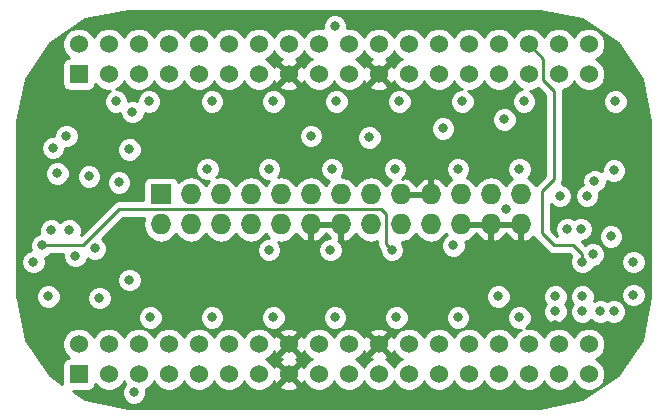
<source format=gbr>
G04 #@! TF.FileFunction,Copper,L3,Inr,Signal*
%FSLAX46Y46*%
G04 Gerber Fmt 4.6, Leading zero omitted, Abs format (unit mm)*
G04 Created by KiCad (PCBNEW 4.0.2+dfsg1-stable) date Thu 26 Jul 2018 23:23:47 BST*
%MOMM*%
G01*
G04 APERTURE LIST*
%ADD10C,0.100000*%
%ADD11C,1.524000*%
%ADD12R,1.524000X1.524000*%
%ADD13R,1.727200X1.727200*%
%ADD14O,1.727200X1.727200*%
%ADD15C,0.800000*%
%ADD16C,0.254000*%
G04 APERTURE END LIST*
D10*
D11*
X170091100Y-116433600D03*
X170091100Y-118973600D03*
X167551100Y-116433600D03*
X167551100Y-118973600D03*
X165011100Y-116433600D03*
X165011100Y-118973600D03*
X162471100Y-116433600D03*
X162471100Y-118973600D03*
X159931100Y-116433600D03*
X159931100Y-118973600D03*
X157391100Y-116433600D03*
X157391100Y-118973600D03*
X154851100Y-116433600D03*
X154851100Y-118973600D03*
X152311100Y-116433600D03*
X152311100Y-118973600D03*
X149771100Y-116433600D03*
X149771100Y-118973600D03*
X147231100Y-116433600D03*
X147231100Y-118973600D03*
X144691100Y-116433600D03*
X144691100Y-118973600D03*
X142151100Y-116433600D03*
X142151100Y-118973600D03*
X139611100Y-116433600D03*
X139611100Y-118973600D03*
X137071100Y-116433600D03*
X137071100Y-118973600D03*
X134531100Y-116433600D03*
X134531100Y-118973600D03*
X131991100Y-116433600D03*
X131991100Y-118973600D03*
X129451100Y-116433600D03*
X129451100Y-118973600D03*
X126911100Y-116433600D03*
D12*
X126911100Y-118973600D03*
D11*
X170091100Y-91033600D03*
X170091100Y-93573600D03*
X167551100Y-91033600D03*
X167551100Y-93573600D03*
X165011100Y-91033600D03*
X165011100Y-93573600D03*
X162471100Y-91033600D03*
X162471100Y-93573600D03*
X159931100Y-91033600D03*
X159931100Y-93573600D03*
X157391100Y-91033600D03*
X157391100Y-93573600D03*
X154851100Y-91033600D03*
X154851100Y-93573600D03*
X152311100Y-91033600D03*
X152311100Y-93573600D03*
X149771100Y-91033600D03*
X149771100Y-93573600D03*
X147231100Y-91033600D03*
X147231100Y-93573600D03*
X144691100Y-91033600D03*
X144691100Y-93573600D03*
X142151100Y-91033600D03*
X142151100Y-93573600D03*
X139611100Y-91033600D03*
X139611100Y-93573600D03*
X137071100Y-91033600D03*
X137071100Y-93573600D03*
X134531100Y-91033600D03*
X134531100Y-93573600D03*
X131991100Y-91033600D03*
X131991100Y-93573600D03*
X129451100Y-91033600D03*
X129451100Y-93573600D03*
X126911100Y-91033600D03*
D12*
X126911100Y-93573600D03*
D13*
X133858000Y-103759000D03*
D14*
X133858000Y-106299000D03*
X136398000Y-103759000D03*
X136398000Y-106299000D03*
X138938000Y-103759000D03*
X138938000Y-106299000D03*
X141478000Y-103759000D03*
X141478000Y-106299000D03*
X144018000Y-103759000D03*
X144018000Y-106299000D03*
X146558000Y-103759000D03*
X146558000Y-106299000D03*
X149098000Y-103759000D03*
X149098000Y-106299000D03*
X151638000Y-103759000D03*
X151638000Y-106299000D03*
X154178000Y-103759000D03*
X154178000Y-106299000D03*
X156718000Y-103759000D03*
X156718000Y-106299000D03*
X159258000Y-103759000D03*
X159258000Y-106299000D03*
X161798000Y-103759000D03*
X161798000Y-106299000D03*
X164338000Y-103759000D03*
X164338000Y-106299000D03*
D15*
X167259000Y-114808000D03*
X131191000Y-113411000D03*
X129032000Y-101600000D03*
X166751000Y-109728000D03*
X173863000Y-103886000D03*
X170053000Y-101600000D03*
X145923000Y-109728000D03*
X140716000Y-109728000D03*
X160655000Y-101600000D03*
X151130000Y-109728000D03*
X156337000Y-109728000D03*
X161544000Y-109728000D03*
X135382000Y-100330000D03*
X123444000Y-100203000D03*
X165862000Y-101600000D03*
X155321000Y-101600000D03*
X149987000Y-101600000D03*
X144653000Y-101600000D03*
X139446000Y-101600000D03*
X123190000Y-115951000D03*
X134239000Y-108458000D03*
X167259000Y-112395000D03*
X124587000Y-106807000D03*
X168275000Y-106680000D03*
X170561000Y-102616000D03*
X172339000Y-95885000D03*
X130048000Y-95885000D03*
X164592000Y-95885000D03*
X159385000Y-95885000D03*
X154051000Y-95885000D03*
X148717000Y-95885000D03*
X143383000Y-95885000D03*
X138176000Y-95885000D03*
X132842000Y-95885000D03*
X132969000Y-114173000D03*
X138176000Y-114173000D03*
X143383000Y-114173000D03*
X148590000Y-114173000D03*
X153797000Y-114173000D03*
X159004000Y-114173000D03*
X164211000Y-114173000D03*
X124333000Y-112395000D03*
X173863000Y-112268000D03*
X131191000Y-110998000D03*
X172212000Y-113665000D03*
X170434000Y-108839000D03*
X169545000Y-109474000D03*
X173863000Y-109474000D03*
X148590000Y-89535000D03*
X131445000Y-96774000D03*
X123063000Y-109474000D03*
X169545000Y-113665000D03*
X167259000Y-113665000D03*
X128651000Y-112522000D03*
X131572000Y-120523000D03*
X169545000Y-112395000D03*
X126619000Y-108966000D03*
X171069000Y-113665000D03*
X162433000Y-112395000D03*
X128270000Y-108331000D03*
X127762000Y-102235000D03*
X131191000Y-99949000D03*
X137795000Y-101600000D03*
X125857000Y-98806000D03*
X167640000Y-103886000D03*
X143002000Y-101600000D03*
X169418000Y-106680000D03*
X148336000Y-101600000D03*
X146558000Y-98806000D03*
X153670000Y-101600000D03*
X169926000Y-103886000D03*
X151511000Y-98933000D03*
X159004000Y-101600000D03*
X171958000Y-107315000D03*
X157734000Y-98171000D03*
X172212000Y-101727000D03*
X162941000Y-97409000D03*
X164211000Y-101600000D03*
X163068000Y-105029000D03*
X158623000Y-108077000D03*
X153416000Y-108458000D03*
X123825000Y-108077000D03*
X148209000Y-108458000D03*
X126111000Y-106807000D03*
X125095000Y-101981000D03*
X143002000Y-108458000D03*
X124714000Y-99822000D03*
X130302000Y-102743000D03*
D16*
X169545000Y-109474000D02*
X169545000Y-108839000D01*
X166243000Y-92265500D02*
X165011100Y-91033600D01*
X166243000Y-94107000D02*
X166243000Y-92265500D01*
X167132000Y-94996000D02*
X166243000Y-94107000D01*
X167132000Y-102489000D02*
X167132000Y-94996000D01*
X166116000Y-103505000D02*
X167132000Y-102489000D01*
X166116000Y-107061000D02*
X166116000Y-103505000D01*
X167132000Y-108077000D02*
X166116000Y-107061000D01*
X168783000Y-108077000D02*
X167132000Y-108077000D01*
X169545000Y-108839000D02*
X168783000Y-108077000D01*
X164211000Y-101600000D02*
X164211000Y-101473000D01*
X152908000Y-107950000D02*
X153416000Y-108458000D01*
X152908000Y-105410000D02*
X152908000Y-107950000D01*
X152527000Y-105029000D02*
X152908000Y-105410000D01*
X130302000Y-105029000D02*
X152527000Y-105029000D01*
X127254000Y-108077000D02*
X130302000Y-105029000D01*
X123825000Y-108077000D02*
X127254000Y-108077000D01*
G36*
X169550905Y-88933610D02*
X172560287Y-90944414D01*
X174571089Y-93953793D01*
X175291100Y-97573531D01*
X175291100Y-112433669D01*
X174571089Y-116053407D01*
X172560287Y-119062786D01*
X169550905Y-121073590D01*
X165931169Y-121793600D01*
X131071031Y-121793600D01*
X127451293Y-121073589D01*
X126417813Y-120383040D01*
X127673100Y-120383040D01*
X127908417Y-120338762D01*
X128124541Y-120199690D01*
X128269531Y-119987490D01*
X128306592Y-119804476D01*
X128658730Y-120157229D01*
X129172000Y-120370357D01*
X129727761Y-120370842D01*
X130241403Y-120158610D01*
X130634729Y-119765970D01*
X130721049Y-119558088D01*
X130806090Y-119763903D01*
X130836708Y-119794574D01*
X130695081Y-119935954D01*
X130537180Y-120316223D01*
X130536821Y-120727971D01*
X130694058Y-121108515D01*
X130984954Y-121399919D01*
X131365223Y-121557820D01*
X131776971Y-121558179D01*
X132157515Y-121400942D01*
X132448919Y-121110046D01*
X132606820Y-120729777D01*
X132607179Y-120318029D01*
X132576321Y-120243348D01*
X132781403Y-120158610D01*
X133174729Y-119765970D01*
X133261049Y-119558088D01*
X133346090Y-119763903D01*
X133738730Y-120157229D01*
X134252000Y-120370357D01*
X134807761Y-120370842D01*
X135321403Y-120158610D01*
X135714729Y-119765970D01*
X135801049Y-119558088D01*
X135886090Y-119763903D01*
X136278730Y-120157229D01*
X136792000Y-120370357D01*
X137347761Y-120370842D01*
X137861403Y-120158610D01*
X138254729Y-119765970D01*
X138341049Y-119558088D01*
X138426090Y-119763903D01*
X138818730Y-120157229D01*
X139332000Y-120370357D01*
X139887761Y-120370842D01*
X140401403Y-120158610D01*
X140794729Y-119765970D01*
X140881049Y-119558088D01*
X140966090Y-119763903D01*
X141358730Y-120157229D01*
X141872000Y-120370357D01*
X142427761Y-120370842D01*
X142941403Y-120158610D01*
X143146557Y-119953813D01*
X143890492Y-119953813D01*
X143959957Y-120195997D01*
X144483402Y-120382744D01*
X145038468Y-120354962D01*
X145422243Y-120195997D01*
X145491708Y-119953813D01*
X144691100Y-119153205D01*
X143890492Y-119953813D01*
X143146557Y-119953813D01*
X143334729Y-119765970D01*
X143414495Y-119573873D01*
X143468703Y-119704743D01*
X143710887Y-119774208D01*
X144511495Y-118973600D01*
X143710887Y-118172992D01*
X143468703Y-118242457D01*
X143418591Y-118382918D01*
X143336110Y-118183297D01*
X142943470Y-117789971D01*
X142735588Y-117703651D01*
X142941403Y-117618610D01*
X143146557Y-117413813D01*
X143890492Y-117413813D01*
X143959957Y-117655997D01*
X144083444Y-117700053D01*
X143959957Y-117751203D01*
X143890492Y-117993387D01*
X144691100Y-118793995D01*
X145491708Y-117993387D01*
X145422243Y-117751203D01*
X145298756Y-117707147D01*
X145422243Y-117655997D01*
X145491708Y-117413813D01*
X144691100Y-116613205D01*
X143890492Y-117413813D01*
X143146557Y-117413813D01*
X143334729Y-117225970D01*
X143414495Y-117033873D01*
X143468703Y-117164743D01*
X143710887Y-117234208D01*
X144511495Y-116433600D01*
X144870705Y-116433600D01*
X145671313Y-117234208D01*
X145913497Y-117164743D01*
X145963609Y-117024282D01*
X146046090Y-117223903D01*
X146438730Y-117617229D01*
X146646612Y-117703549D01*
X146440797Y-117788590D01*
X146047471Y-118181230D01*
X145967705Y-118373327D01*
X145913497Y-118242457D01*
X145671313Y-118172992D01*
X144870705Y-118973600D01*
X145671313Y-119774208D01*
X145913497Y-119704743D01*
X145963609Y-119564282D01*
X146046090Y-119763903D01*
X146438730Y-120157229D01*
X146952000Y-120370357D01*
X147507761Y-120370842D01*
X148021403Y-120158610D01*
X148414729Y-119765970D01*
X148501049Y-119558088D01*
X148586090Y-119763903D01*
X148978730Y-120157229D01*
X149492000Y-120370357D01*
X150047761Y-120370842D01*
X150561403Y-120158610D01*
X150954729Y-119765970D01*
X151041049Y-119558088D01*
X151126090Y-119763903D01*
X151518730Y-120157229D01*
X152032000Y-120370357D01*
X152587761Y-120370842D01*
X153101403Y-120158610D01*
X153494729Y-119765970D01*
X153581049Y-119558088D01*
X153666090Y-119763903D01*
X154058730Y-120157229D01*
X154572000Y-120370357D01*
X155127761Y-120370842D01*
X155641403Y-120158610D01*
X156034729Y-119765970D01*
X156121049Y-119558088D01*
X156206090Y-119763903D01*
X156598730Y-120157229D01*
X157112000Y-120370357D01*
X157667761Y-120370842D01*
X158181403Y-120158610D01*
X158574729Y-119765970D01*
X158661049Y-119558088D01*
X158746090Y-119763903D01*
X159138730Y-120157229D01*
X159652000Y-120370357D01*
X160207761Y-120370842D01*
X160721403Y-120158610D01*
X161114729Y-119765970D01*
X161201049Y-119558088D01*
X161286090Y-119763903D01*
X161678730Y-120157229D01*
X162192000Y-120370357D01*
X162747761Y-120370842D01*
X163261403Y-120158610D01*
X163654729Y-119765970D01*
X163741049Y-119558088D01*
X163826090Y-119763903D01*
X164218730Y-120157229D01*
X164732000Y-120370357D01*
X165287761Y-120370842D01*
X165801403Y-120158610D01*
X166194729Y-119765970D01*
X166281049Y-119558088D01*
X166366090Y-119763903D01*
X166758730Y-120157229D01*
X167272000Y-120370357D01*
X167827761Y-120370842D01*
X168341403Y-120158610D01*
X168734729Y-119765970D01*
X168821049Y-119558088D01*
X168906090Y-119763903D01*
X169298730Y-120157229D01*
X169812000Y-120370357D01*
X170367761Y-120370842D01*
X170881403Y-120158610D01*
X171274729Y-119765970D01*
X171487857Y-119252700D01*
X171488342Y-118696939D01*
X171276110Y-118183297D01*
X170883470Y-117789971D01*
X170675588Y-117703651D01*
X170881403Y-117618610D01*
X171274729Y-117225970D01*
X171487857Y-116712700D01*
X171488342Y-116156939D01*
X171276110Y-115643297D01*
X170883470Y-115249971D01*
X170370200Y-115036843D01*
X169814439Y-115036358D01*
X169300797Y-115248590D01*
X168907471Y-115641230D01*
X168821151Y-115849112D01*
X168736110Y-115643297D01*
X168343470Y-115249971D01*
X167830200Y-115036843D01*
X167274439Y-115036358D01*
X166760797Y-115248590D01*
X166367471Y-115641230D01*
X166281151Y-115849112D01*
X166196110Y-115643297D01*
X165803470Y-115249971D01*
X165290200Y-115036843D01*
X164811057Y-115036425D01*
X165087919Y-114760046D01*
X165245820Y-114379777D01*
X165246179Y-113968029D01*
X165088942Y-113587485D01*
X164798046Y-113296081D01*
X164417777Y-113138180D01*
X164006029Y-113137821D01*
X163625485Y-113295058D01*
X163334081Y-113585954D01*
X163176180Y-113966223D01*
X163175821Y-114377971D01*
X163333058Y-114758515D01*
X163623954Y-115049919D01*
X164004223Y-115207820D01*
X164318804Y-115208094D01*
X164220797Y-115248590D01*
X163827471Y-115641230D01*
X163741151Y-115849112D01*
X163656110Y-115643297D01*
X163263470Y-115249971D01*
X162750200Y-115036843D01*
X162194439Y-115036358D01*
X161680797Y-115248590D01*
X161287471Y-115641230D01*
X161201151Y-115849112D01*
X161116110Y-115643297D01*
X160723470Y-115249971D01*
X160210200Y-115036843D01*
X159654439Y-115036358D01*
X159140797Y-115248590D01*
X158747471Y-115641230D01*
X158661151Y-115849112D01*
X158576110Y-115643297D01*
X158183470Y-115249971D01*
X157670200Y-115036843D01*
X157114439Y-115036358D01*
X156600797Y-115248590D01*
X156207471Y-115641230D01*
X156121151Y-115849112D01*
X156036110Y-115643297D01*
X155643470Y-115249971D01*
X155130200Y-115036843D01*
X154574439Y-115036358D01*
X154060797Y-115248590D01*
X153667471Y-115641230D01*
X153587705Y-115833327D01*
X153533497Y-115702457D01*
X153291313Y-115632992D01*
X152490705Y-116433600D01*
X153291313Y-117234208D01*
X153533497Y-117164743D01*
X153583609Y-117024282D01*
X153666090Y-117223903D01*
X154058730Y-117617229D01*
X154266612Y-117703549D01*
X154060797Y-117788590D01*
X153667471Y-118181230D01*
X153581151Y-118389112D01*
X153496110Y-118183297D01*
X153103470Y-117789971D01*
X152911373Y-117710205D01*
X153042243Y-117655997D01*
X153111708Y-117413813D01*
X152311100Y-116613205D01*
X151510492Y-117413813D01*
X151579957Y-117655997D01*
X151720418Y-117706109D01*
X151520797Y-117788590D01*
X151127471Y-118181230D01*
X151041151Y-118389112D01*
X150956110Y-118183297D01*
X150563470Y-117789971D01*
X150355588Y-117703651D01*
X150561403Y-117618610D01*
X150954729Y-117225970D01*
X151034495Y-117033873D01*
X151088703Y-117164743D01*
X151330887Y-117234208D01*
X152131495Y-116433600D01*
X151330887Y-115632992D01*
X151088703Y-115702457D01*
X151038591Y-115842918D01*
X150956110Y-115643297D01*
X150766532Y-115453387D01*
X151510492Y-115453387D01*
X152311100Y-116253995D01*
X153111708Y-115453387D01*
X153042243Y-115211203D01*
X152518798Y-115024456D01*
X151963732Y-115052238D01*
X151579957Y-115211203D01*
X151510492Y-115453387D01*
X150766532Y-115453387D01*
X150563470Y-115249971D01*
X150050200Y-115036843D01*
X149494439Y-115036358D01*
X148980797Y-115248590D01*
X148587471Y-115641230D01*
X148501151Y-115849112D01*
X148416110Y-115643297D01*
X148023470Y-115249971D01*
X147510200Y-115036843D01*
X146954439Y-115036358D01*
X146440797Y-115248590D01*
X146047471Y-115641230D01*
X145967705Y-115833327D01*
X145913497Y-115702457D01*
X145671313Y-115632992D01*
X144870705Y-116433600D01*
X144511495Y-116433600D01*
X143710887Y-115632992D01*
X143468703Y-115702457D01*
X143418591Y-115842918D01*
X143336110Y-115643297D01*
X143146532Y-115453387D01*
X143890492Y-115453387D01*
X144691100Y-116253995D01*
X145491708Y-115453387D01*
X145422243Y-115211203D01*
X144898798Y-115024456D01*
X144343732Y-115052238D01*
X143959957Y-115211203D01*
X143890492Y-115453387D01*
X143146532Y-115453387D01*
X142943470Y-115249971D01*
X142430200Y-115036843D01*
X141874439Y-115036358D01*
X141360797Y-115248590D01*
X140967471Y-115641230D01*
X140881151Y-115849112D01*
X140796110Y-115643297D01*
X140403470Y-115249971D01*
X139890200Y-115036843D01*
X139334439Y-115036358D01*
X138820797Y-115248590D01*
X138427471Y-115641230D01*
X138341151Y-115849112D01*
X138256110Y-115643297D01*
X137863470Y-115249971D01*
X137350200Y-115036843D01*
X136794439Y-115036358D01*
X136280797Y-115248590D01*
X135887471Y-115641230D01*
X135801151Y-115849112D01*
X135716110Y-115643297D01*
X135323470Y-115249971D01*
X134810200Y-115036843D01*
X134254439Y-115036358D01*
X133740797Y-115248590D01*
X133347471Y-115641230D01*
X133261151Y-115849112D01*
X133176110Y-115643297D01*
X132783470Y-115249971D01*
X132270200Y-115036843D01*
X131714439Y-115036358D01*
X131200797Y-115248590D01*
X130807471Y-115641230D01*
X130721151Y-115849112D01*
X130636110Y-115643297D01*
X130243470Y-115249971D01*
X129730200Y-115036843D01*
X129174439Y-115036358D01*
X128660797Y-115248590D01*
X128267471Y-115641230D01*
X128181151Y-115849112D01*
X128096110Y-115643297D01*
X127703470Y-115249971D01*
X127190200Y-115036843D01*
X126634439Y-115036358D01*
X126120797Y-115248590D01*
X125727471Y-115641230D01*
X125514343Y-116154500D01*
X125513858Y-116710261D01*
X125726090Y-117223903D01*
X126078933Y-117577363D01*
X125913783Y-117608438D01*
X125697659Y-117747510D01*
X125552669Y-117959710D01*
X125501660Y-118211600D01*
X125501660Y-119735600D01*
X125509254Y-119775961D01*
X124441914Y-119062787D01*
X122431110Y-116053405D01*
X122097846Y-114377971D01*
X131933821Y-114377971D01*
X132091058Y-114758515D01*
X132381954Y-115049919D01*
X132762223Y-115207820D01*
X133173971Y-115208179D01*
X133554515Y-115050942D01*
X133845919Y-114760046D01*
X134003820Y-114379777D01*
X134003821Y-114377971D01*
X137140821Y-114377971D01*
X137298058Y-114758515D01*
X137588954Y-115049919D01*
X137969223Y-115207820D01*
X138380971Y-115208179D01*
X138761515Y-115050942D01*
X139052919Y-114760046D01*
X139210820Y-114379777D01*
X139210821Y-114377971D01*
X142347821Y-114377971D01*
X142505058Y-114758515D01*
X142795954Y-115049919D01*
X143176223Y-115207820D01*
X143587971Y-115208179D01*
X143968515Y-115050942D01*
X144259919Y-114760046D01*
X144417820Y-114379777D01*
X144417821Y-114377971D01*
X147554821Y-114377971D01*
X147712058Y-114758515D01*
X148002954Y-115049919D01*
X148383223Y-115207820D01*
X148794971Y-115208179D01*
X149175515Y-115050942D01*
X149466919Y-114760046D01*
X149624820Y-114379777D01*
X149624821Y-114377971D01*
X152761821Y-114377971D01*
X152919058Y-114758515D01*
X153209954Y-115049919D01*
X153590223Y-115207820D01*
X154001971Y-115208179D01*
X154382515Y-115050942D01*
X154673919Y-114760046D01*
X154831820Y-114379777D01*
X154831821Y-114377971D01*
X157968821Y-114377971D01*
X158126058Y-114758515D01*
X158416954Y-115049919D01*
X158797223Y-115207820D01*
X159208971Y-115208179D01*
X159589515Y-115050942D01*
X159880919Y-114760046D01*
X160038820Y-114379777D01*
X160039179Y-113968029D01*
X159881942Y-113587485D01*
X159591046Y-113296081D01*
X159210777Y-113138180D01*
X158799029Y-113137821D01*
X158418485Y-113295058D01*
X158127081Y-113585954D01*
X157969180Y-113966223D01*
X157968821Y-114377971D01*
X154831821Y-114377971D01*
X154832179Y-113968029D01*
X154674942Y-113587485D01*
X154384046Y-113296081D01*
X154003777Y-113138180D01*
X153592029Y-113137821D01*
X153211485Y-113295058D01*
X152920081Y-113585954D01*
X152762180Y-113966223D01*
X152761821Y-114377971D01*
X149624821Y-114377971D01*
X149625179Y-113968029D01*
X149467942Y-113587485D01*
X149177046Y-113296081D01*
X148796777Y-113138180D01*
X148385029Y-113137821D01*
X148004485Y-113295058D01*
X147713081Y-113585954D01*
X147555180Y-113966223D01*
X147554821Y-114377971D01*
X144417821Y-114377971D01*
X144418179Y-113968029D01*
X144260942Y-113587485D01*
X143970046Y-113296081D01*
X143589777Y-113138180D01*
X143178029Y-113137821D01*
X142797485Y-113295058D01*
X142506081Y-113585954D01*
X142348180Y-113966223D01*
X142347821Y-114377971D01*
X139210821Y-114377971D01*
X139211179Y-113968029D01*
X139053942Y-113587485D01*
X138763046Y-113296081D01*
X138382777Y-113138180D01*
X137971029Y-113137821D01*
X137590485Y-113295058D01*
X137299081Y-113585954D01*
X137141180Y-113966223D01*
X137140821Y-114377971D01*
X134003821Y-114377971D01*
X134004179Y-113968029D01*
X133846942Y-113587485D01*
X133556046Y-113296081D01*
X133175777Y-113138180D01*
X132764029Y-113137821D01*
X132383485Y-113295058D01*
X132092081Y-113585954D01*
X131934180Y-113966223D01*
X131933821Y-114377971D01*
X122097846Y-114377971D01*
X121744180Y-112599971D01*
X123297821Y-112599971D01*
X123455058Y-112980515D01*
X123745954Y-113271919D01*
X124126223Y-113429820D01*
X124537971Y-113430179D01*
X124918515Y-113272942D01*
X125209919Y-112982046D01*
X125315835Y-112726971D01*
X127615821Y-112726971D01*
X127773058Y-113107515D01*
X128063954Y-113398919D01*
X128444223Y-113556820D01*
X128855971Y-113557179D01*
X129236515Y-113399942D01*
X129527919Y-113109046D01*
X129685820Y-112728777D01*
X129685932Y-112599971D01*
X161397821Y-112599971D01*
X161555058Y-112980515D01*
X161845954Y-113271919D01*
X162226223Y-113429820D01*
X162637971Y-113430179D01*
X163018515Y-113272942D01*
X163309919Y-112982046D01*
X163467820Y-112601777D01*
X163467821Y-112599971D01*
X166223821Y-112599971D01*
X166381058Y-112980515D01*
X166430288Y-113029831D01*
X166382081Y-113077954D01*
X166224180Y-113458223D01*
X166223821Y-113869971D01*
X166381058Y-114250515D01*
X166671954Y-114541919D01*
X167052223Y-114699820D01*
X167463971Y-114700179D01*
X167844515Y-114542942D01*
X168135919Y-114252046D01*
X168293820Y-113871777D01*
X168294179Y-113460029D01*
X168136942Y-113079485D01*
X168087712Y-113030169D01*
X168135919Y-112982046D01*
X168293820Y-112601777D01*
X168293821Y-112599971D01*
X168509821Y-112599971D01*
X168667058Y-112980515D01*
X168716288Y-113029831D01*
X168668081Y-113077954D01*
X168510180Y-113458223D01*
X168509821Y-113869971D01*
X168667058Y-114250515D01*
X168957954Y-114541919D01*
X169338223Y-114699820D01*
X169749971Y-114700179D01*
X170130515Y-114542942D01*
X170307053Y-114366712D01*
X170481954Y-114541919D01*
X170862223Y-114699820D01*
X171273971Y-114700179D01*
X171640933Y-114548554D01*
X172005223Y-114699820D01*
X172416971Y-114700179D01*
X172797515Y-114542942D01*
X173088919Y-114252046D01*
X173246820Y-113871777D01*
X173247179Y-113460029D01*
X173089942Y-113079485D01*
X172799046Y-112788081D01*
X172418777Y-112630180D01*
X172007029Y-112629821D01*
X171640067Y-112781446D01*
X171275777Y-112630180D01*
X170864029Y-112629821D01*
X170506903Y-112777382D01*
X170579820Y-112601777D01*
X170579932Y-112472971D01*
X172827821Y-112472971D01*
X172985058Y-112853515D01*
X173275954Y-113144919D01*
X173656223Y-113302820D01*
X174067971Y-113303179D01*
X174448515Y-113145942D01*
X174739919Y-112855046D01*
X174897820Y-112474777D01*
X174898179Y-112063029D01*
X174740942Y-111682485D01*
X174450046Y-111391081D01*
X174069777Y-111233180D01*
X173658029Y-111232821D01*
X173277485Y-111390058D01*
X172986081Y-111680954D01*
X172828180Y-112061223D01*
X172827821Y-112472971D01*
X170579932Y-112472971D01*
X170580179Y-112190029D01*
X170422942Y-111809485D01*
X170132046Y-111518081D01*
X169751777Y-111360180D01*
X169340029Y-111359821D01*
X168959485Y-111517058D01*
X168668081Y-111807954D01*
X168510180Y-112188223D01*
X168509821Y-112599971D01*
X168293821Y-112599971D01*
X168294179Y-112190029D01*
X168136942Y-111809485D01*
X167846046Y-111518081D01*
X167465777Y-111360180D01*
X167054029Y-111359821D01*
X166673485Y-111517058D01*
X166382081Y-111807954D01*
X166224180Y-112188223D01*
X166223821Y-112599971D01*
X163467821Y-112599971D01*
X163468179Y-112190029D01*
X163310942Y-111809485D01*
X163020046Y-111518081D01*
X162639777Y-111360180D01*
X162228029Y-111359821D01*
X161847485Y-111517058D01*
X161556081Y-111807954D01*
X161398180Y-112188223D01*
X161397821Y-112599971D01*
X129685932Y-112599971D01*
X129686179Y-112317029D01*
X129528942Y-111936485D01*
X129238046Y-111645081D01*
X128857777Y-111487180D01*
X128446029Y-111486821D01*
X128065485Y-111644058D01*
X127774081Y-111934954D01*
X127616180Y-112315223D01*
X127615821Y-112726971D01*
X125315835Y-112726971D01*
X125367820Y-112601777D01*
X125368179Y-112190029D01*
X125210942Y-111809485D01*
X124920046Y-111518081D01*
X124539777Y-111360180D01*
X124128029Y-111359821D01*
X123747485Y-111517058D01*
X123456081Y-111807954D01*
X123298180Y-112188223D01*
X123297821Y-112599971D01*
X121744180Y-112599971D01*
X121711100Y-112433669D01*
X121711100Y-111202971D01*
X130155821Y-111202971D01*
X130313058Y-111583515D01*
X130603954Y-111874919D01*
X130984223Y-112032820D01*
X131395971Y-112033179D01*
X131776515Y-111875942D01*
X132067919Y-111585046D01*
X132225820Y-111204777D01*
X132226179Y-110793029D01*
X132068942Y-110412485D01*
X131778046Y-110121081D01*
X131397777Y-109963180D01*
X130986029Y-109962821D01*
X130605485Y-110120058D01*
X130314081Y-110410954D01*
X130156180Y-110791223D01*
X130155821Y-111202971D01*
X121711100Y-111202971D01*
X121711100Y-109678971D01*
X122027821Y-109678971D01*
X122185058Y-110059515D01*
X122475954Y-110350919D01*
X122856223Y-110508820D01*
X123267971Y-110509179D01*
X123648515Y-110351942D01*
X123939919Y-110061046D01*
X124097820Y-109680777D01*
X124098179Y-109269029D01*
X124032874Y-109110979D01*
X124410515Y-108954942D01*
X124526659Y-108839000D01*
X125584110Y-108839000D01*
X125583821Y-109170971D01*
X125741058Y-109551515D01*
X126031954Y-109842919D01*
X126412223Y-110000820D01*
X126823971Y-110001179D01*
X127204515Y-109843942D01*
X127495919Y-109553046D01*
X127652073Y-109176984D01*
X127682954Y-109207919D01*
X128063223Y-109365820D01*
X128474971Y-109366179D01*
X128855515Y-109208942D01*
X129146919Y-108918046D01*
X129304820Y-108537777D01*
X129305179Y-108126029D01*
X129147942Y-107745485D01*
X128905755Y-107502875D01*
X130617630Y-105791000D01*
X132454608Y-105791000D01*
X132359400Y-106269641D01*
X132359400Y-106328359D01*
X132473474Y-106901848D01*
X132798330Y-107388029D01*
X133284511Y-107712885D01*
X133858000Y-107826959D01*
X134431489Y-107712885D01*
X134917670Y-107388029D01*
X135128000Y-107073248D01*
X135338330Y-107388029D01*
X135824511Y-107712885D01*
X136398000Y-107826959D01*
X136971489Y-107712885D01*
X137457670Y-107388029D01*
X137668000Y-107073248D01*
X137878330Y-107388029D01*
X138364511Y-107712885D01*
X138938000Y-107826959D01*
X139511489Y-107712885D01*
X139997670Y-107388029D01*
X140208000Y-107073248D01*
X140418330Y-107388029D01*
X140904511Y-107712885D01*
X141478000Y-107826959D01*
X142051489Y-107712885D01*
X142537670Y-107388029D01*
X142748000Y-107073248D01*
X142958330Y-107388029D01*
X143010679Y-107423007D01*
X142797029Y-107422821D01*
X142416485Y-107580058D01*
X142125081Y-107870954D01*
X141967180Y-108251223D01*
X141966821Y-108662971D01*
X142124058Y-109043515D01*
X142414954Y-109334919D01*
X142795223Y-109492820D01*
X143206971Y-109493179D01*
X143587515Y-109335942D01*
X143878919Y-109045046D01*
X144036820Y-108664777D01*
X144037179Y-108253029D01*
X143879942Y-107872485D01*
X143789030Y-107781414D01*
X144018000Y-107826959D01*
X144591489Y-107712885D01*
X145077670Y-107388029D01*
X145293664Y-107064772D01*
X145351179Y-107187490D01*
X145783053Y-107581688D01*
X146198974Y-107753958D01*
X146431000Y-107632817D01*
X146431000Y-106426000D01*
X146685000Y-106426000D01*
X146685000Y-107632817D01*
X146917026Y-107753958D01*
X147332947Y-107581688D01*
X147764821Y-107187490D01*
X147828000Y-107052687D01*
X147891179Y-107187490D01*
X148149141Y-107422948D01*
X148004029Y-107422821D01*
X147623485Y-107580058D01*
X147332081Y-107870954D01*
X147174180Y-108251223D01*
X147173821Y-108662971D01*
X147331058Y-109043515D01*
X147621954Y-109334919D01*
X148002223Y-109492820D01*
X148413971Y-109493179D01*
X148794515Y-109335942D01*
X149085919Y-109045046D01*
X149243820Y-108664777D01*
X149244179Y-108253029D01*
X149086942Y-107872485D01*
X148889940Y-107675139D01*
X148971000Y-107632817D01*
X148971000Y-106426000D01*
X146685000Y-106426000D01*
X146431000Y-106426000D01*
X146411000Y-106426000D01*
X146411000Y-106172000D01*
X146431000Y-106172000D01*
X146431000Y-106152000D01*
X146685000Y-106152000D01*
X146685000Y-106172000D01*
X148971000Y-106172000D01*
X148971000Y-106152000D01*
X149225000Y-106152000D01*
X149225000Y-106172000D01*
X149245000Y-106172000D01*
X149245000Y-106426000D01*
X149225000Y-106426000D01*
X149225000Y-107632817D01*
X149457026Y-107753958D01*
X149872947Y-107581688D01*
X150304821Y-107187490D01*
X150362336Y-107064772D01*
X150578330Y-107388029D01*
X151064511Y-107712885D01*
X151638000Y-107826959D01*
X152146000Y-107725912D01*
X152146000Y-107950000D01*
X152204004Y-108241605D01*
X152288863Y-108368605D01*
X152369185Y-108488815D01*
X152380963Y-108500593D01*
X152380821Y-108662971D01*
X152538058Y-109043515D01*
X152828954Y-109334919D01*
X153209223Y-109492820D01*
X153620971Y-109493179D01*
X154001515Y-109335942D01*
X154292919Y-109045046D01*
X154450820Y-108664777D01*
X154451179Y-108253029D01*
X154293942Y-107872485D01*
X154236816Y-107815260D01*
X154751489Y-107712885D01*
X155237670Y-107388029D01*
X155448000Y-107073248D01*
X155658330Y-107388029D01*
X156144511Y-107712885D01*
X156718000Y-107826959D01*
X157291489Y-107712885D01*
X157777670Y-107388029D01*
X157993664Y-107064772D01*
X158051179Y-107187490D01*
X158055636Y-107191558D01*
X158037485Y-107199058D01*
X157746081Y-107489954D01*
X157588180Y-107870223D01*
X157587821Y-108281971D01*
X157745058Y-108662515D01*
X158035954Y-108953919D01*
X158416223Y-109111820D01*
X158827971Y-109112179D01*
X159208515Y-108954942D01*
X159499919Y-108664046D01*
X159657820Y-108283777D01*
X159658179Y-107872029D01*
X159607294Y-107748877D01*
X159617026Y-107753958D01*
X160032947Y-107581688D01*
X160464821Y-107187490D01*
X160528000Y-107052687D01*
X160591179Y-107187490D01*
X161023053Y-107581688D01*
X161438974Y-107753958D01*
X161671000Y-107632817D01*
X161671000Y-106426000D01*
X161925000Y-106426000D01*
X161925000Y-107632817D01*
X162157026Y-107753958D01*
X162572947Y-107581688D01*
X163004821Y-107187490D01*
X163068000Y-107052687D01*
X163131179Y-107187490D01*
X163563053Y-107581688D01*
X163978974Y-107753958D01*
X164211000Y-107632817D01*
X164211000Y-106426000D01*
X161925000Y-106426000D01*
X161671000Y-106426000D01*
X159385000Y-106426000D01*
X159385000Y-106446000D01*
X159131000Y-106446000D01*
X159131000Y-106426000D01*
X159111000Y-106426000D01*
X159111000Y-106172000D01*
X159131000Y-106172000D01*
X159131000Y-106152000D01*
X159385000Y-106152000D01*
X159385000Y-106172000D01*
X161671000Y-106172000D01*
X161671000Y-106152000D01*
X161925000Y-106152000D01*
X161925000Y-106172000D01*
X164211000Y-106172000D01*
X164211000Y-106152000D01*
X164465000Y-106152000D01*
X164465000Y-106172000D01*
X164485000Y-106172000D01*
X164485000Y-106426000D01*
X164465000Y-106426000D01*
X164465000Y-107632817D01*
X164697026Y-107753958D01*
X165112947Y-107581688D01*
X165404616Y-107315464D01*
X165412004Y-107352605D01*
X165536005Y-107538185D01*
X165577185Y-107599815D01*
X166593185Y-108615815D01*
X166840395Y-108780996D01*
X167132000Y-108839000D01*
X168467370Y-108839000D01*
X168623261Y-108994892D01*
X168510180Y-109267223D01*
X168509821Y-109678971D01*
X168667058Y-110059515D01*
X168957954Y-110350919D01*
X169338223Y-110508820D01*
X169749971Y-110509179D01*
X170130515Y-110351942D01*
X170421919Y-110061046D01*
X170499563Y-109874057D01*
X170638971Y-109874179D01*
X171019515Y-109716942D01*
X171057552Y-109678971D01*
X172827821Y-109678971D01*
X172985058Y-110059515D01*
X173275954Y-110350919D01*
X173656223Y-110508820D01*
X174067971Y-110509179D01*
X174448515Y-110351942D01*
X174739919Y-110061046D01*
X174897820Y-109680777D01*
X174898179Y-109269029D01*
X174740942Y-108888485D01*
X174450046Y-108597081D01*
X174069777Y-108439180D01*
X173658029Y-108438821D01*
X173277485Y-108596058D01*
X172986081Y-108886954D01*
X172828180Y-109267223D01*
X172827821Y-109678971D01*
X171057552Y-109678971D01*
X171310919Y-109426046D01*
X171468820Y-109045777D01*
X171469179Y-108634029D01*
X171311942Y-108253485D01*
X171021046Y-107962081D01*
X170640777Y-107804180D01*
X170229029Y-107803821D01*
X169848485Y-107961058D01*
X169796542Y-108012911D01*
X169498701Y-107715071D01*
X169622971Y-107715179D01*
X170003515Y-107557942D01*
X170041552Y-107519971D01*
X170922821Y-107519971D01*
X171080058Y-107900515D01*
X171370954Y-108191919D01*
X171751223Y-108349820D01*
X172162971Y-108350179D01*
X172543515Y-108192942D01*
X172834919Y-107902046D01*
X172992820Y-107521777D01*
X172993179Y-107110029D01*
X172835942Y-106729485D01*
X172545046Y-106438081D01*
X172164777Y-106280180D01*
X171753029Y-106279821D01*
X171372485Y-106437058D01*
X171081081Y-106727954D01*
X170923180Y-107108223D01*
X170922821Y-107519971D01*
X170041552Y-107519971D01*
X170294919Y-107267046D01*
X170452820Y-106886777D01*
X170453179Y-106475029D01*
X170295942Y-106094485D01*
X170005046Y-105803081D01*
X169624777Y-105645180D01*
X169213029Y-105644821D01*
X168846067Y-105796446D01*
X168481777Y-105645180D01*
X168070029Y-105644821D01*
X167689485Y-105802058D01*
X167398081Y-106092954D01*
X167240180Y-106473223D01*
X167239821Y-106884971D01*
X167396293Y-107263663D01*
X166878000Y-106745370D01*
X166878000Y-104587659D01*
X167052954Y-104762919D01*
X167433223Y-104920820D01*
X167844971Y-104921179D01*
X168225515Y-104763942D01*
X168516919Y-104473046D01*
X168674820Y-104092777D01*
X168674821Y-104090971D01*
X168890821Y-104090971D01*
X169048058Y-104471515D01*
X169338954Y-104762919D01*
X169719223Y-104920820D01*
X170130971Y-104921179D01*
X170511515Y-104763942D01*
X170802919Y-104473046D01*
X170960820Y-104092777D01*
X170961179Y-103681029D01*
X170922177Y-103586636D01*
X171146515Y-103493942D01*
X171437919Y-103203046D01*
X171595820Y-102822777D01*
X171596036Y-102574951D01*
X171624954Y-102603919D01*
X172005223Y-102761820D01*
X172416971Y-102762179D01*
X172797515Y-102604942D01*
X173088919Y-102314046D01*
X173246820Y-101933777D01*
X173247179Y-101522029D01*
X173089942Y-101141485D01*
X172799046Y-100850081D01*
X172418777Y-100692180D01*
X172007029Y-100691821D01*
X171626485Y-100849058D01*
X171335081Y-101139954D01*
X171177180Y-101520223D01*
X171176964Y-101768049D01*
X171148046Y-101739081D01*
X170767777Y-101581180D01*
X170356029Y-101580821D01*
X169975485Y-101738058D01*
X169684081Y-102028954D01*
X169526180Y-102409223D01*
X169525821Y-102820971D01*
X169564823Y-102915364D01*
X169340485Y-103008058D01*
X169049081Y-103298954D01*
X168891180Y-103679223D01*
X168890821Y-104090971D01*
X168674821Y-104090971D01*
X168675179Y-103681029D01*
X168517942Y-103300485D01*
X168227046Y-103009081D01*
X167846777Y-102851180D01*
X167788873Y-102851130D01*
X167835996Y-102780605D01*
X167894000Y-102489000D01*
X167894000Y-96089971D01*
X171303821Y-96089971D01*
X171461058Y-96470515D01*
X171751954Y-96761919D01*
X172132223Y-96919820D01*
X172543971Y-96920179D01*
X172924515Y-96762942D01*
X173215919Y-96472046D01*
X173373820Y-96091777D01*
X173374179Y-95680029D01*
X173216942Y-95299485D01*
X172926046Y-95008081D01*
X172545777Y-94850180D01*
X172134029Y-94849821D01*
X171753485Y-95007058D01*
X171462081Y-95297954D01*
X171304180Y-95678223D01*
X171303821Y-96089971D01*
X167894000Y-96089971D01*
X167894000Y-94996000D01*
X167884345Y-94947462D01*
X168341403Y-94758610D01*
X168734729Y-94365970D01*
X168821049Y-94158088D01*
X168906090Y-94363903D01*
X169298730Y-94757229D01*
X169812000Y-94970357D01*
X170367761Y-94970842D01*
X170881403Y-94758610D01*
X171274729Y-94365970D01*
X171487857Y-93852700D01*
X171488342Y-93296939D01*
X171276110Y-92783297D01*
X170883470Y-92389971D01*
X170675588Y-92303651D01*
X170881403Y-92218610D01*
X171274729Y-91825970D01*
X171487857Y-91312700D01*
X171488342Y-90756939D01*
X171276110Y-90243297D01*
X170883470Y-89849971D01*
X170370200Y-89636843D01*
X169814439Y-89636358D01*
X169300797Y-89848590D01*
X168907471Y-90241230D01*
X168821151Y-90449112D01*
X168736110Y-90243297D01*
X168343470Y-89849971D01*
X167830200Y-89636843D01*
X167274439Y-89636358D01*
X166760797Y-89848590D01*
X166367471Y-90241230D01*
X166281151Y-90449112D01*
X166196110Y-90243297D01*
X165803470Y-89849971D01*
X165290200Y-89636843D01*
X164734439Y-89636358D01*
X164220797Y-89848590D01*
X163827471Y-90241230D01*
X163741151Y-90449112D01*
X163656110Y-90243297D01*
X163263470Y-89849971D01*
X162750200Y-89636843D01*
X162194439Y-89636358D01*
X161680797Y-89848590D01*
X161287471Y-90241230D01*
X161201151Y-90449112D01*
X161116110Y-90243297D01*
X160723470Y-89849971D01*
X160210200Y-89636843D01*
X159654439Y-89636358D01*
X159140797Y-89848590D01*
X158747471Y-90241230D01*
X158661151Y-90449112D01*
X158576110Y-90243297D01*
X158183470Y-89849971D01*
X157670200Y-89636843D01*
X157114439Y-89636358D01*
X156600797Y-89848590D01*
X156207471Y-90241230D01*
X156121151Y-90449112D01*
X156036110Y-90243297D01*
X155643470Y-89849971D01*
X155130200Y-89636843D01*
X154574439Y-89636358D01*
X154060797Y-89848590D01*
X153667471Y-90241230D01*
X153581151Y-90449112D01*
X153496110Y-90243297D01*
X153103470Y-89849971D01*
X152590200Y-89636843D01*
X152034439Y-89636358D01*
X151520797Y-89848590D01*
X151127471Y-90241230D01*
X151041151Y-90449112D01*
X150956110Y-90243297D01*
X150563470Y-89849971D01*
X150050200Y-89636843D01*
X149624912Y-89636472D01*
X149625179Y-89330029D01*
X149467942Y-88949485D01*
X149177046Y-88658081D01*
X148796777Y-88500180D01*
X148385029Y-88499821D01*
X148004485Y-88657058D01*
X147713081Y-88947954D01*
X147555180Y-89328223D01*
X147554895Y-89655402D01*
X147510200Y-89636843D01*
X146954439Y-89636358D01*
X146440797Y-89848590D01*
X146047471Y-90241230D01*
X145961151Y-90449112D01*
X145876110Y-90243297D01*
X145483470Y-89849971D01*
X144970200Y-89636843D01*
X144414439Y-89636358D01*
X143900797Y-89848590D01*
X143507471Y-90241230D01*
X143421151Y-90449112D01*
X143336110Y-90243297D01*
X142943470Y-89849971D01*
X142430200Y-89636843D01*
X141874439Y-89636358D01*
X141360797Y-89848590D01*
X140967471Y-90241230D01*
X140881151Y-90449112D01*
X140796110Y-90243297D01*
X140403470Y-89849971D01*
X139890200Y-89636843D01*
X139334439Y-89636358D01*
X138820797Y-89848590D01*
X138427471Y-90241230D01*
X138341151Y-90449112D01*
X138256110Y-90243297D01*
X137863470Y-89849971D01*
X137350200Y-89636843D01*
X136794439Y-89636358D01*
X136280797Y-89848590D01*
X135887471Y-90241230D01*
X135801151Y-90449112D01*
X135716110Y-90243297D01*
X135323470Y-89849971D01*
X134810200Y-89636843D01*
X134254439Y-89636358D01*
X133740797Y-89848590D01*
X133347471Y-90241230D01*
X133261151Y-90449112D01*
X133176110Y-90243297D01*
X132783470Y-89849971D01*
X132270200Y-89636843D01*
X131714439Y-89636358D01*
X131200797Y-89848590D01*
X130807471Y-90241230D01*
X130721151Y-90449112D01*
X130636110Y-90243297D01*
X130243470Y-89849971D01*
X129730200Y-89636843D01*
X129174439Y-89636358D01*
X128660797Y-89848590D01*
X128267471Y-90241230D01*
X128181151Y-90449112D01*
X128096110Y-90243297D01*
X127703470Y-89849971D01*
X127190200Y-89636843D01*
X126634439Y-89636358D01*
X126120797Y-89848590D01*
X125727471Y-90241230D01*
X125514343Y-90754500D01*
X125513858Y-91310261D01*
X125726090Y-91823903D01*
X126078933Y-92177363D01*
X125913783Y-92208438D01*
X125697659Y-92347510D01*
X125552669Y-92559710D01*
X125501660Y-92811600D01*
X125501660Y-94335600D01*
X125545938Y-94570917D01*
X125685010Y-94787041D01*
X125897210Y-94932031D01*
X126149100Y-94983040D01*
X127673100Y-94983040D01*
X127908417Y-94938762D01*
X128124541Y-94799690D01*
X128269531Y-94587490D01*
X128306592Y-94404476D01*
X128658730Y-94757229D01*
X129172000Y-94970357D01*
X129550509Y-94970687D01*
X129462485Y-95007058D01*
X129171081Y-95297954D01*
X129013180Y-95678223D01*
X129012821Y-96089971D01*
X129170058Y-96470515D01*
X129460954Y-96761919D01*
X129841223Y-96919820D01*
X130252971Y-96920179D01*
X130409929Y-96855326D01*
X130409821Y-96978971D01*
X130567058Y-97359515D01*
X130857954Y-97650919D01*
X131238223Y-97808820D01*
X131649971Y-97809179D01*
X132030515Y-97651942D01*
X132321919Y-97361046D01*
X132479820Y-96980777D01*
X132479929Y-96855337D01*
X132635223Y-96919820D01*
X133046971Y-96920179D01*
X133427515Y-96762942D01*
X133718919Y-96472046D01*
X133876820Y-96091777D01*
X133876821Y-96089971D01*
X137140821Y-96089971D01*
X137298058Y-96470515D01*
X137588954Y-96761919D01*
X137969223Y-96919820D01*
X138380971Y-96920179D01*
X138761515Y-96762942D01*
X139052919Y-96472046D01*
X139210820Y-96091777D01*
X139210821Y-96089971D01*
X142347821Y-96089971D01*
X142505058Y-96470515D01*
X142795954Y-96761919D01*
X143176223Y-96919820D01*
X143587971Y-96920179D01*
X143968515Y-96762942D01*
X144259919Y-96472046D01*
X144417820Y-96091777D01*
X144417821Y-96089971D01*
X147681821Y-96089971D01*
X147839058Y-96470515D01*
X148129954Y-96761919D01*
X148510223Y-96919820D01*
X148921971Y-96920179D01*
X149302515Y-96762942D01*
X149593919Y-96472046D01*
X149751820Y-96091777D01*
X149751821Y-96089971D01*
X153015821Y-96089971D01*
X153173058Y-96470515D01*
X153463954Y-96761919D01*
X153844223Y-96919820D01*
X154255971Y-96920179D01*
X154636515Y-96762942D01*
X154927919Y-96472046D01*
X155085820Y-96091777D01*
X155086179Y-95680029D01*
X154928942Y-95299485D01*
X154638046Y-95008081D01*
X154257777Y-94850180D01*
X153846029Y-94849821D01*
X153465485Y-95007058D01*
X153174081Y-95297954D01*
X153016180Y-95678223D01*
X153015821Y-96089971D01*
X149751821Y-96089971D01*
X149752179Y-95680029D01*
X149594942Y-95299485D01*
X149304046Y-95008081D01*
X148923777Y-94850180D01*
X148512029Y-94849821D01*
X148131485Y-95007058D01*
X147840081Y-95297954D01*
X147682180Y-95678223D01*
X147681821Y-96089971D01*
X144417821Y-96089971D01*
X144418179Y-95680029D01*
X144260942Y-95299485D01*
X143970046Y-95008081D01*
X143589777Y-94850180D01*
X143178029Y-94849821D01*
X142797485Y-95007058D01*
X142506081Y-95297954D01*
X142348180Y-95678223D01*
X142347821Y-96089971D01*
X139210821Y-96089971D01*
X139211179Y-95680029D01*
X139053942Y-95299485D01*
X138763046Y-95008081D01*
X138382777Y-94850180D01*
X137971029Y-94849821D01*
X137590485Y-95007058D01*
X137299081Y-95297954D01*
X137141180Y-95678223D01*
X137140821Y-96089971D01*
X133876821Y-96089971D01*
X133877179Y-95680029D01*
X133719942Y-95299485D01*
X133429046Y-95008081D01*
X133048777Y-94850180D01*
X132637029Y-94849821D01*
X132256485Y-95007058D01*
X131965081Y-95297954D01*
X131807180Y-95678223D01*
X131807071Y-95803663D01*
X131651777Y-95739180D01*
X131240029Y-95738821D01*
X131083071Y-95803674D01*
X131083179Y-95680029D01*
X130925942Y-95299485D01*
X130635046Y-95008081D01*
X130254777Y-94850180D01*
X130020281Y-94849976D01*
X130241403Y-94758610D01*
X130634729Y-94365970D01*
X130721049Y-94158088D01*
X130806090Y-94363903D01*
X131198730Y-94757229D01*
X131712000Y-94970357D01*
X132267761Y-94970842D01*
X132781403Y-94758610D01*
X133174729Y-94365970D01*
X133261049Y-94158088D01*
X133346090Y-94363903D01*
X133738730Y-94757229D01*
X134252000Y-94970357D01*
X134807761Y-94970842D01*
X135321403Y-94758610D01*
X135714729Y-94365970D01*
X135801049Y-94158088D01*
X135886090Y-94363903D01*
X136278730Y-94757229D01*
X136792000Y-94970357D01*
X137347761Y-94970842D01*
X137861403Y-94758610D01*
X138254729Y-94365970D01*
X138341049Y-94158088D01*
X138426090Y-94363903D01*
X138818730Y-94757229D01*
X139332000Y-94970357D01*
X139887761Y-94970842D01*
X140401403Y-94758610D01*
X140794729Y-94365970D01*
X140881049Y-94158088D01*
X140966090Y-94363903D01*
X141358730Y-94757229D01*
X141872000Y-94970357D01*
X142427761Y-94970842D01*
X142941403Y-94758610D01*
X143146557Y-94553813D01*
X143890492Y-94553813D01*
X143959957Y-94795997D01*
X144483402Y-94982744D01*
X145038468Y-94954962D01*
X145422243Y-94795997D01*
X145491708Y-94553813D01*
X144691100Y-93753205D01*
X143890492Y-94553813D01*
X143146557Y-94553813D01*
X143334729Y-94365970D01*
X143414495Y-94173873D01*
X143468703Y-94304743D01*
X143710887Y-94374208D01*
X144511495Y-93573600D01*
X143710887Y-92772992D01*
X143468703Y-92842457D01*
X143418591Y-92982918D01*
X143336110Y-92783297D01*
X142943470Y-92389971D01*
X142735588Y-92303651D01*
X142941403Y-92218610D01*
X143334729Y-91825970D01*
X143421049Y-91618088D01*
X143506090Y-91823903D01*
X143898730Y-92217229D01*
X144090827Y-92296995D01*
X143959957Y-92351203D01*
X143890492Y-92593387D01*
X144691100Y-93393995D01*
X145491708Y-92593387D01*
X145422243Y-92351203D01*
X145281782Y-92301091D01*
X145481403Y-92218610D01*
X145874729Y-91825970D01*
X145961049Y-91618088D01*
X146046090Y-91823903D01*
X146438730Y-92217229D01*
X146646612Y-92303549D01*
X146440797Y-92388590D01*
X146047471Y-92781230D01*
X145967705Y-92973327D01*
X145913497Y-92842457D01*
X145671313Y-92772992D01*
X144870705Y-93573600D01*
X145671313Y-94374208D01*
X145913497Y-94304743D01*
X145963609Y-94164282D01*
X146046090Y-94363903D01*
X146438730Y-94757229D01*
X146952000Y-94970357D01*
X147507761Y-94970842D01*
X148021403Y-94758610D01*
X148414729Y-94365970D01*
X148501049Y-94158088D01*
X148586090Y-94363903D01*
X148978730Y-94757229D01*
X149492000Y-94970357D01*
X150047761Y-94970842D01*
X150561403Y-94758610D01*
X150766557Y-94553813D01*
X151510492Y-94553813D01*
X151579957Y-94795997D01*
X152103402Y-94982744D01*
X152658468Y-94954962D01*
X153042243Y-94795997D01*
X153111708Y-94553813D01*
X152311100Y-93753205D01*
X151510492Y-94553813D01*
X150766557Y-94553813D01*
X150954729Y-94365970D01*
X151034495Y-94173873D01*
X151088703Y-94304743D01*
X151330887Y-94374208D01*
X152131495Y-93573600D01*
X151330887Y-92772992D01*
X151088703Y-92842457D01*
X151038591Y-92982918D01*
X150956110Y-92783297D01*
X150563470Y-92389971D01*
X150355588Y-92303651D01*
X150561403Y-92218610D01*
X150954729Y-91825970D01*
X151041049Y-91618088D01*
X151126090Y-91823903D01*
X151518730Y-92217229D01*
X151710827Y-92296995D01*
X151579957Y-92351203D01*
X151510492Y-92593387D01*
X152311100Y-93393995D01*
X153111708Y-92593387D01*
X153042243Y-92351203D01*
X152901782Y-92301091D01*
X153101403Y-92218610D01*
X153494729Y-91825970D01*
X153581049Y-91618088D01*
X153666090Y-91823903D01*
X154058730Y-92217229D01*
X154266612Y-92303549D01*
X154060797Y-92388590D01*
X153667471Y-92781230D01*
X153587705Y-92973327D01*
X153533497Y-92842457D01*
X153291313Y-92772992D01*
X152490705Y-93573600D01*
X153291313Y-94374208D01*
X153533497Y-94304743D01*
X153583609Y-94164282D01*
X153666090Y-94363903D01*
X154058730Y-94757229D01*
X154572000Y-94970357D01*
X155127761Y-94970842D01*
X155641403Y-94758610D01*
X156034729Y-94365970D01*
X156121049Y-94158088D01*
X156206090Y-94363903D01*
X156598730Y-94757229D01*
X157112000Y-94970357D01*
X157667761Y-94970842D01*
X158181403Y-94758610D01*
X158574729Y-94365970D01*
X158661049Y-94158088D01*
X158746090Y-94363903D01*
X159138730Y-94757229D01*
X159362099Y-94849980D01*
X159180029Y-94849821D01*
X158799485Y-95007058D01*
X158508081Y-95297954D01*
X158350180Y-95678223D01*
X158349821Y-96089971D01*
X158507058Y-96470515D01*
X158797954Y-96761919D01*
X159178223Y-96919820D01*
X159589971Y-96920179D01*
X159970515Y-96762942D01*
X160261919Y-96472046D01*
X160419820Y-96091777D01*
X160420179Y-95680029D01*
X160262942Y-95299485D01*
X159972046Y-95008081D01*
X159881679Y-94970557D01*
X160207761Y-94970842D01*
X160721403Y-94758610D01*
X161114729Y-94365970D01*
X161201049Y-94158088D01*
X161286090Y-94363903D01*
X161678730Y-94757229D01*
X162192000Y-94970357D01*
X162747761Y-94970842D01*
X163261403Y-94758610D01*
X163654729Y-94365970D01*
X163741049Y-94158088D01*
X163826090Y-94363903D01*
X164218730Y-94757229D01*
X164441832Y-94849869D01*
X164387029Y-94849821D01*
X164006485Y-95007058D01*
X163715081Y-95297954D01*
X163557180Y-95678223D01*
X163556821Y-96089971D01*
X163714058Y-96470515D01*
X164004954Y-96761919D01*
X164385223Y-96919820D01*
X164796971Y-96920179D01*
X165177515Y-96762942D01*
X165468919Y-96472046D01*
X165626820Y-96091777D01*
X165627179Y-95680029D01*
X165469942Y-95299485D01*
X165179046Y-95008081D01*
X165088946Y-94970668D01*
X165287761Y-94970842D01*
X165801403Y-94758610D01*
X165809198Y-94750828D01*
X166370000Y-95311630D01*
X166370000Y-102173370D01*
X165588220Y-102955150D01*
X165397670Y-102669971D01*
X164922323Y-102352354D01*
X165087919Y-102187046D01*
X165245820Y-101806777D01*
X165246179Y-101395029D01*
X165088942Y-101014485D01*
X164798046Y-100723081D01*
X164417777Y-100565180D01*
X164006029Y-100564821D01*
X163625485Y-100722058D01*
X163334081Y-101012954D01*
X163176180Y-101393223D01*
X163175821Y-101804971D01*
X163333058Y-102185515D01*
X163601266Y-102454192D01*
X163278330Y-102669971D01*
X163068000Y-102984752D01*
X162857670Y-102669971D01*
X162371489Y-102345115D01*
X161798000Y-102231041D01*
X161224511Y-102345115D01*
X160738330Y-102669971D01*
X160528000Y-102984752D01*
X160317670Y-102669971D01*
X159831489Y-102345115D01*
X159740670Y-102327050D01*
X159880919Y-102187046D01*
X160038820Y-101806777D01*
X160039179Y-101395029D01*
X159881942Y-101014485D01*
X159591046Y-100723081D01*
X159210777Y-100565180D01*
X158799029Y-100564821D01*
X158418485Y-100722058D01*
X158127081Y-101012954D01*
X157969180Y-101393223D01*
X157968821Y-101804971D01*
X158126058Y-102185515D01*
X158416954Y-102476919D01*
X158460310Y-102494922D01*
X158198330Y-102669971D01*
X157982336Y-102993228D01*
X157924821Y-102870510D01*
X157492947Y-102476312D01*
X157077026Y-102304042D01*
X156845000Y-102425183D01*
X156845000Y-103632000D01*
X156865000Y-103632000D01*
X156865000Y-103886000D01*
X156845000Y-103886000D01*
X156845000Y-103906000D01*
X156591000Y-103906000D01*
X156591000Y-103886000D01*
X154305000Y-103886000D01*
X154305000Y-103906000D01*
X154051000Y-103906000D01*
X154051000Y-103886000D01*
X154031000Y-103886000D01*
X154031000Y-103632000D01*
X154051000Y-103632000D01*
X154051000Y-103612000D01*
X154305000Y-103612000D01*
X154305000Y-103632000D01*
X156591000Y-103632000D01*
X156591000Y-102425183D01*
X156358974Y-102304042D01*
X155943053Y-102476312D01*
X155511179Y-102870510D01*
X155448000Y-103005313D01*
X155384821Y-102870510D01*
X154952947Y-102476312D01*
X154537026Y-102304042D01*
X154312057Y-102421498D01*
X154546919Y-102187046D01*
X154704820Y-101806777D01*
X154705179Y-101395029D01*
X154547942Y-101014485D01*
X154257046Y-100723081D01*
X153876777Y-100565180D01*
X153465029Y-100564821D01*
X153084485Y-100722058D01*
X152793081Y-101012954D01*
X152635180Y-101393223D01*
X152634821Y-101804971D01*
X152792058Y-102185515D01*
X153082954Y-102476919D01*
X153302508Y-102568086D01*
X152971179Y-102870510D01*
X152913664Y-102993228D01*
X152697670Y-102669971D01*
X152211489Y-102345115D01*
X151638000Y-102231041D01*
X151064511Y-102345115D01*
X150578330Y-102669971D01*
X150368000Y-102984752D01*
X150157670Y-102669971D01*
X149671489Y-102345115D01*
X149157076Y-102242792D01*
X149212919Y-102187046D01*
X149370820Y-101806777D01*
X149371179Y-101395029D01*
X149213942Y-101014485D01*
X148923046Y-100723081D01*
X148542777Y-100565180D01*
X148131029Y-100564821D01*
X147750485Y-100722058D01*
X147459081Y-101012954D01*
X147301180Y-101393223D01*
X147300821Y-101804971D01*
X147458058Y-102185515D01*
X147748954Y-102476919D01*
X148105611Y-102625015D01*
X148038330Y-102669971D01*
X147828000Y-102984752D01*
X147617670Y-102669971D01*
X147131489Y-102345115D01*
X146558000Y-102231041D01*
X145984511Y-102345115D01*
X145498330Y-102669971D01*
X145288000Y-102984752D01*
X145077670Y-102669971D01*
X144591489Y-102345115D01*
X144018000Y-102231041D01*
X143789271Y-102276538D01*
X143878919Y-102187046D01*
X144036820Y-101806777D01*
X144037179Y-101395029D01*
X143879942Y-101014485D01*
X143589046Y-100723081D01*
X143208777Y-100565180D01*
X142797029Y-100564821D01*
X142416485Y-100722058D01*
X142125081Y-101012954D01*
X141967180Y-101393223D01*
X141966821Y-101804971D01*
X142124058Y-102185515D01*
X142414954Y-102476919D01*
X142795223Y-102634820D01*
X143010656Y-102635008D01*
X142958330Y-102669971D01*
X142748000Y-102984752D01*
X142537670Y-102669971D01*
X142051489Y-102345115D01*
X141478000Y-102231041D01*
X140904511Y-102345115D01*
X140418330Y-102669971D01*
X140208000Y-102984752D01*
X139997670Y-102669971D01*
X139511489Y-102345115D01*
X138938000Y-102231041D01*
X138550667Y-102308086D01*
X138671919Y-102187046D01*
X138829820Y-101806777D01*
X138830179Y-101395029D01*
X138672942Y-101014485D01*
X138382046Y-100723081D01*
X138001777Y-100565180D01*
X137590029Y-100564821D01*
X137209485Y-100722058D01*
X136918081Y-101012954D01*
X136760180Y-101393223D01*
X136759821Y-101804971D01*
X136917058Y-102185515D01*
X137207954Y-102476919D01*
X137588223Y-102634820D01*
X137930491Y-102635118D01*
X137878330Y-102669971D01*
X137668000Y-102984752D01*
X137457670Y-102669971D01*
X136971489Y-102345115D01*
X136398000Y-102231041D01*
X135824511Y-102345115D01*
X135338330Y-102669971D01*
X135329195Y-102683642D01*
X135324762Y-102660083D01*
X135185690Y-102443959D01*
X134973490Y-102298969D01*
X134721600Y-102247960D01*
X132994400Y-102247960D01*
X132759083Y-102292238D01*
X132542959Y-102431310D01*
X132397969Y-102643510D01*
X132346960Y-102895400D01*
X132346960Y-104267000D01*
X130302000Y-104267000D01*
X130010395Y-104325004D01*
X129791127Y-104471515D01*
X129763185Y-104490185D01*
X127079233Y-107174137D01*
X127145820Y-107013777D01*
X127146179Y-106602029D01*
X126988942Y-106221485D01*
X126698046Y-105930081D01*
X126317777Y-105772180D01*
X125906029Y-105771821D01*
X125525485Y-105929058D01*
X125348947Y-106105288D01*
X125174046Y-105930081D01*
X124793777Y-105772180D01*
X124382029Y-105771821D01*
X124001485Y-105929058D01*
X123710081Y-106219954D01*
X123552180Y-106600223D01*
X123551821Y-107011971D01*
X123572303Y-107061541D01*
X123239485Y-107199058D01*
X122948081Y-107489954D01*
X122790180Y-107870223D01*
X122789821Y-108281971D01*
X122855126Y-108440021D01*
X122477485Y-108596058D01*
X122186081Y-108886954D01*
X122028180Y-109267223D01*
X122027821Y-109678971D01*
X121711100Y-109678971D01*
X121711100Y-102185971D01*
X124059821Y-102185971D01*
X124217058Y-102566515D01*
X124507954Y-102857919D01*
X124888223Y-103015820D01*
X125299971Y-103016179D01*
X125680515Y-102858942D01*
X125971919Y-102568046D01*
X126025100Y-102439971D01*
X126726821Y-102439971D01*
X126884058Y-102820515D01*
X127174954Y-103111919D01*
X127555223Y-103269820D01*
X127966971Y-103270179D01*
X128347515Y-103112942D01*
X128512774Y-102947971D01*
X129266821Y-102947971D01*
X129424058Y-103328515D01*
X129714954Y-103619919D01*
X130095223Y-103777820D01*
X130506971Y-103778179D01*
X130887515Y-103620942D01*
X131178919Y-103330046D01*
X131336820Y-102949777D01*
X131337179Y-102538029D01*
X131179942Y-102157485D01*
X130889046Y-101866081D01*
X130508777Y-101708180D01*
X130097029Y-101707821D01*
X129716485Y-101865058D01*
X129425081Y-102155954D01*
X129267180Y-102536223D01*
X129266821Y-102947971D01*
X128512774Y-102947971D01*
X128638919Y-102822046D01*
X128796820Y-102441777D01*
X128797179Y-102030029D01*
X128639942Y-101649485D01*
X128349046Y-101358081D01*
X127968777Y-101200180D01*
X127557029Y-101199821D01*
X127176485Y-101357058D01*
X126885081Y-101647954D01*
X126727180Y-102028223D01*
X126726821Y-102439971D01*
X126025100Y-102439971D01*
X126129820Y-102187777D01*
X126130179Y-101776029D01*
X125972942Y-101395485D01*
X125682046Y-101104081D01*
X125301777Y-100946180D01*
X124890029Y-100945821D01*
X124509485Y-101103058D01*
X124218081Y-101393954D01*
X124060180Y-101774223D01*
X124059821Y-102185971D01*
X121711100Y-102185971D01*
X121711100Y-100026971D01*
X123678821Y-100026971D01*
X123836058Y-100407515D01*
X124126954Y-100698919D01*
X124507223Y-100856820D01*
X124918971Y-100857179D01*
X125299515Y-100699942D01*
X125590919Y-100409046D01*
X125696835Y-100153971D01*
X130155821Y-100153971D01*
X130313058Y-100534515D01*
X130603954Y-100825919D01*
X130984223Y-100983820D01*
X131395971Y-100984179D01*
X131776515Y-100826942D01*
X132067919Y-100536046D01*
X132225820Y-100155777D01*
X132226179Y-99744029D01*
X132068942Y-99363485D01*
X131778046Y-99072081D01*
X131630877Y-99010971D01*
X145522821Y-99010971D01*
X145680058Y-99391515D01*
X145970954Y-99682919D01*
X146351223Y-99840820D01*
X146762971Y-99841179D01*
X147143515Y-99683942D01*
X147434919Y-99393046D01*
X147540835Y-99137971D01*
X150475821Y-99137971D01*
X150633058Y-99518515D01*
X150923954Y-99809919D01*
X151304223Y-99967820D01*
X151715971Y-99968179D01*
X152096515Y-99810942D01*
X152387919Y-99520046D01*
X152545820Y-99139777D01*
X152546179Y-98728029D01*
X152400713Y-98375971D01*
X156698821Y-98375971D01*
X156856058Y-98756515D01*
X157146954Y-99047919D01*
X157527223Y-99205820D01*
X157938971Y-99206179D01*
X158319515Y-99048942D01*
X158610919Y-98758046D01*
X158768820Y-98377777D01*
X158769179Y-97966029D01*
X158623713Y-97613971D01*
X161905821Y-97613971D01*
X162063058Y-97994515D01*
X162353954Y-98285919D01*
X162734223Y-98443820D01*
X163145971Y-98444179D01*
X163526515Y-98286942D01*
X163817919Y-97996046D01*
X163975820Y-97615777D01*
X163976179Y-97204029D01*
X163818942Y-96823485D01*
X163528046Y-96532081D01*
X163147777Y-96374180D01*
X162736029Y-96373821D01*
X162355485Y-96531058D01*
X162064081Y-96821954D01*
X161906180Y-97202223D01*
X161905821Y-97613971D01*
X158623713Y-97613971D01*
X158611942Y-97585485D01*
X158321046Y-97294081D01*
X157940777Y-97136180D01*
X157529029Y-97135821D01*
X157148485Y-97293058D01*
X156857081Y-97583954D01*
X156699180Y-97964223D01*
X156698821Y-98375971D01*
X152400713Y-98375971D01*
X152388942Y-98347485D01*
X152098046Y-98056081D01*
X151717777Y-97898180D01*
X151306029Y-97897821D01*
X150925485Y-98055058D01*
X150634081Y-98345954D01*
X150476180Y-98726223D01*
X150475821Y-99137971D01*
X147540835Y-99137971D01*
X147592820Y-99012777D01*
X147593179Y-98601029D01*
X147435942Y-98220485D01*
X147145046Y-97929081D01*
X146764777Y-97771180D01*
X146353029Y-97770821D01*
X145972485Y-97928058D01*
X145681081Y-98218954D01*
X145523180Y-98599223D01*
X145522821Y-99010971D01*
X131630877Y-99010971D01*
X131397777Y-98914180D01*
X130986029Y-98913821D01*
X130605485Y-99071058D01*
X130314081Y-99361954D01*
X130156180Y-99742223D01*
X130155821Y-100153971D01*
X125696835Y-100153971D01*
X125748820Y-100028777D01*
X125748984Y-99840906D01*
X126061971Y-99841179D01*
X126442515Y-99683942D01*
X126733919Y-99393046D01*
X126891820Y-99012777D01*
X126892179Y-98601029D01*
X126734942Y-98220485D01*
X126444046Y-97929081D01*
X126063777Y-97771180D01*
X125652029Y-97770821D01*
X125271485Y-97928058D01*
X124980081Y-98218954D01*
X124822180Y-98599223D01*
X124822016Y-98787094D01*
X124509029Y-98786821D01*
X124128485Y-98944058D01*
X123837081Y-99234954D01*
X123679180Y-99615223D01*
X123678821Y-100026971D01*
X121711100Y-100026971D01*
X121711100Y-97573531D01*
X122431110Y-93953795D01*
X124441914Y-90944413D01*
X127451293Y-88933611D01*
X131071031Y-88213600D01*
X165931169Y-88213600D01*
X169550905Y-88933610D01*
X169550905Y-88933610D01*
G37*
X169550905Y-88933610D02*
X172560287Y-90944414D01*
X174571089Y-93953793D01*
X175291100Y-97573531D01*
X175291100Y-112433669D01*
X174571089Y-116053407D01*
X172560287Y-119062786D01*
X169550905Y-121073590D01*
X165931169Y-121793600D01*
X131071031Y-121793600D01*
X127451293Y-121073589D01*
X126417813Y-120383040D01*
X127673100Y-120383040D01*
X127908417Y-120338762D01*
X128124541Y-120199690D01*
X128269531Y-119987490D01*
X128306592Y-119804476D01*
X128658730Y-120157229D01*
X129172000Y-120370357D01*
X129727761Y-120370842D01*
X130241403Y-120158610D01*
X130634729Y-119765970D01*
X130721049Y-119558088D01*
X130806090Y-119763903D01*
X130836708Y-119794574D01*
X130695081Y-119935954D01*
X130537180Y-120316223D01*
X130536821Y-120727971D01*
X130694058Y-121108515D01*
X130984954Y-121399919D01*
X131365223Y-121557820D01*
X131776971Y-121558179D01*
X132157515Y-121400942D01*
X132448919Y-121110046D01*
X132606820Y-120729777D01*
X132607179Y-120318029D01*
X132576321Y-120243348D01*
X132781403Y-120158610D01*
X133174729Y-119765970D01*
X133261049Y-119558088D01*
X133346090Y-119763903D01*
X133738730Y-120157229D01*
X134252000Y-120370357D01*
X134807761Y-120370842D01*
X135321403Y-120158610D01*
X135714729Y-119765970D01*
X135801049Y-119558088D01*
X135886090Y-119763903D01*
X136278730Y-120157229D01*
X136792000Y-120370357D01*
X137347761Y-120370842D01*
X137861403Y-120158610D01*
X138254729Y-119765970D01*
X138341049Y-119558088D01*
X138426090Y-119763903D01*
X138818730Y-120157229D01*
X139332000Y-120370357D01*
X139887761Y-120370842D01*
X140401403Y-120158610D01*
X140794729Y-119765970D01*
X140881049Y-119558088D01*
X140966090Y-119763903D01*
X141358730Y-120157229D01*
X141872000Y-120370357D01*
X142427761Y-120370842D01*
X142941403Y-120158610D01*
X143146557Y-119953813D01*
X143890492Y-119953813D01*
X143959957Y-120195997D01*
X144483402Y-120382744D01*
X145038468Y-120354962D01*
X145422243Y-120195997D01*
X145491708Y-119953813D01*
X144691100Y-119153205D01*
X143890492Y-119953813D01*
X143146557Y-119953813D01*
X143334729Y-119765970D01*
X143414495Y-119573873D01*
X143468703Y-119704743D01*
X143710887Y-119774208D01*
X144511495Y-118973600D01*
X143710887Y-118172992D01*
X143468703Y-118242457D01*
X143418591Y-118382918D01*
X143336110Y-118183297D01*
X142943470Y-117789971D01*
X142735588Y-117703651D01*
X142941403Y-117618610D01*
X143146557Y-117413813D01*
X143890492Y-117413813D01*
X143959957Y-117655997D01*
X144083444Y-117700053D01*
X143959957Y-117751203D01*
X143890492Y-117993387D01*
X144691100Y-118793995D01*
X145491708Y-117993387D01*
X145422243Y-117751203D01*
X145298756Y-117707147D01*
X145422243Y-117655997D01*
X145491708Y-117413813D01*
X144691100Y-116613205D01*
X143890492Y-117413813D01*
X143146557Y-117413813D01*
X143334729Y-117225970D01*
X143414495Y-117033873D01*
X143468703Y-117164743D01*
X143710887Y-117234208D01*
X144511495Y-116433600D01*
X144870705Y-116433600D01*
X145671313Y-117234208D01*
X145913497Y-117164743D01*
X145963609Y-117024282D01*
X146046090Y-117223903D01*
X146438730Y-117617229D01*
X146646612Y-117703549D01*
X146440797Y-117788590D01*
X146047471Y-118181230D01*
X145967705Y-118373327D01*
X145913497Y-118242457D01*
X145671313Y-118172992D01*
X144870705Y-118973600D01*
X145671313Y-119774208D01*
X145913497Y-119704743D01*
X145963609Y-119564282D01*
X146046090Y-119763903D01*
X146438730Y-120157229D01*
X146952000Y-120370357D01*
X147507761Y-120370842D01*
X148021403Y-120158610D01*
X148414729Y-119765970D01*
X148501049Y-119558088D01*
X148586090Y-119763903D01*
X148978730Y-120157229D01*
X149492000Y-120370357D01*
X150047761Y-120370842D01*
X150561403Y-120158610D01*
X150954729Y-119765970D01*
X151041049Y-119558088D01*
X151126090Y-119763903D01*
X151518730Y-120157229D01*
X152032000Y-120370357D01*
X152587761Y-120370842D01*
X153101403Y-120158610D01*
X153494729Y-119765970D01*
X153581049Y-119558088D01*
X153666090Y-119763903D01*
X154058730Y-120157229D01*
X154572000Y-120370357D01*
X155127761Y-120370842D01*
X155641403Y-120158610D01*
X156034729Y-119765970D01*
X156121049Y-119558088D01*
X156206090Y-119763903D01*
X156598730Y-120157229D01*
X157112000Y-120370357D01*
X157667761Y-120370842D01*
X158181403Y-120158610D01*
X158574729Y-119765970D01*
X158661049Y-119558088D01*
X158746090Y-119763903D01*
X159138730Y-120157229D01*
X159652000Y-120370357D01*
X160207761Y-120370842D01*
X160721403Y-120158610D01*
X161114729Y-119765970D01*
X161201049Y-119558088D01*
X161286090Y-119763903D01*
X161678730Y-120157229D01*
X162192000Y-120370357D01*
X162747761Y-120370842D01*
X163261403Y-120158610D01*
X163654729Y-119765970D01*
X163741049Y-119558088D01*
X163826090Y-119763903D01*
X164218730Y-120157229D01*
X164732000Y-120370357D01*
X165287761Y-120370842D01*
X165801403Y-120158610D01*
X166194729Y-119765970D01*
X166281049Y-119558088D01*
X166366090Y-119763903D01*
X166758730Y-120157229D01*
X167272000Y-120370357D01*
X167827761Y-120370842D01*
X168341403Y-120158610D01*
X168734729Y-119765970D01*
X168821049Y-119558088D01*
X168906090Y-119763903D01*
X169298730Y-120157229D01*
X169812000Y-120370357D01*
X170367761Y-120370842D01*
X170881403Y-120158610D01*
X171274729Y-119765970D01*
X171487857Y-119252700D01*
X171488342Y-118696939D01*
X171276110Y-118183297D01*
X170883470Y-117789971D01*
X170675588Y-117703651D01*
X170881403Y-117618610D01*
X171274729Y-117225970D01*
X171487857Y-116712700D01*
X171488342Y-116156939D01*
X171276110Y-115643297D01*
X170883470Y-115249971D01*
X170370200Y-115036843D01*
X169814439Y-115036358D01*
X169300797Y-115248590D01*
X168907471Y-115641230D01*
X168821151Y-115849112D01*
X168736110Y-115643297D01*
X168343470Y-115249971D01*
X167830200Y-115036843D01*
X167274439Y-115036358D01*
X166760797Y-115248590D01*
X166367471Y-115641230D01*
X166281151Y-115849112D01*
X166196110Y-115643297D01*
X165803470Y-115249971D01*
X165290200Y-115036843D01*
X164811057Y-115036425D01*
X165087919Y-114760046D01*
X165245820Y-114379777D01*
X165246179Y-113968029D01*
X165088942Y-113587485D01*
X164798046Y-113296081D01*
X164417777Y-113138180D01*
X164006029Y-113137821D01*
X163625485Y-113295058D01*
X163334081Y-113585954D01*
X163176180Y-113966223D01*
X163175821Y-114377971D01*
X163333058Y-114758515D01*
X163623954Y-115049919D01*
X164004223Y-115207820D01*
X164318804Y-115208094D01*
X164220797Y-115248590D01*
X163827471Y-115641230D01*
X163741151Y-115849112D01*
X163656110Y-115643297D01*
X163263470Y-115249971D01*
X162750200Y-115036843D01*
X162194439Y-115036358D01*
X161680797Y-115248590D01*
X161287471Y-115641230D01*
X161201151Y-115849112D01*
X161116110Y-115643297D01*
X160723470Y-115249971D01*
X160210200Y-115036843D01*
X159654439Y-115036358D01*
X159140797Y-115248590D01*
X158747471Y-115641230D01*
X158661151Y-115849112D01*
X158576110Y-115643297D01*
X158183470Y-115249971D01*
X157670200Y-115036843D01*
X157114439Y-115036358D01*
X156600797Y-115248590D01*
X156207471Y-115641230D01*
X156121151Y-115849112D01*
X156036110Y-115643297D01*
X155643470Y-115249971D01*
X155130200Y-115036843D01*
X154574439Y-115036358D01*
X154060797Y-115248590D01*
X153667471Y-115641230D01*
X153587705Y-115833327D01*
X153533497Y-115702457D01*
X153291313Y-115632992D01*
X152490705Y-116433600D01*
X153291313Y-117234208D01*
X153533497Y-117164743D01*
X153583609Y-117024282D01*
X153666090Y-117223903D01*
X154058730Y-117617229D01*
X154266612Y-117703549D01*
X154060797Y-117788590D01*
X153667471Y-118181230D01*
X153581151Y-118389112D01*
X153496110Y-118183297D01*
X153103470Y-117789971D01*
X152911373Y-117710205D01*
X153042243Y-117655997D01*
X153111708Y-117413813D01*
X152311100Y-116613205D01*
X151510492Y-117413813D01*
X151579957Y-117655997D01*
X151720418Y-117706109D01*
X151520797Y-117788590D01*
X151127471Y-118181230D01*
X151041151Y-118389112D01*
X150956110Y-118183297D01*
X150563470Y-117789971D01*
X150355588Y-117703651D01*
X150561403Y-117618610D01*
X150954729Y-117225970D01*
X151034495Y-117033873D01*
X151088703Y-117164743D01*
X151330887Y-117234208D01*
X152131495Y-116433600D01*
X151330887Y-115632992D01*
X151088703Y-115702457D01*
X151038591Y-115842918D01*
X150956110Y-115643297D01*
X150766532Y-115453387D01*
X151510492Y-115453387D01*
X152311100Y-116253995D01*
X153111708Y-115453387D01*
X153042243Y-115211203D01*
X152518798Y-115024456D01*
X151963732Y-115052238D01*
X151579957Y-115211203D01*
X151510492Y-115453387D01*
X150766532Y-115453387D01*
X150563470Y-115249971D01*
X150050200Y-115036843D01*
X149494439Y-115036358D01*
X148980797Y-115248590D01*
X148587471Y-115641230D01*
X148501151Y-115849112D01*
X148416110Y-115643297D01*
X148023470Y-115249971D01*
X147510200Y-115036843D01*
X146954439Y-115036358D01*
X146440797Y-115248590D01*
X146047471Y-115641230D01*
X145967705Y-115833327D01*
X145913497Y-115702457D01*
X145671313Y-115632992D01*
X144870705Y-116433600D01*
X144511495Y-116433600D01*
X143710887Y-115632992D01*
X143468703Y-115702457D01*
X143418591Y-115842918D01*
X143336110Y-115643297D01*
X143146532Y-115453387D01*
X143890492Y-115453387D01*
X144691100Y-116253995D01*
X145491708Y-115453387D01*
X145422243Y-115211203D01*
X144898798Y-115024456D01*
X144343732Y-115052238D01*
X143959957Y-115211203D01*
X143890492Y-115453387D01*
X143146532Y-115453387D01*
X142943470Y-115249971D01*
X142430200Y-115036843D01*
X141874439Y-115036358D01*
X141360797Y-115248590D01*
X140967471Y-115641230D01*
X140881151Y-115849112D01*
X140796110Y-115643297D01*
X140403470Y-115249971D01*
X139890200Y-115036843D01*
X139334439Y-115036358D01*
X138820797Y-115248590D01*
X138427471Y-115641230D01*
X138341151Y-115849112D01*
X138256110Y-115643297D01*
X137863470Y-115249971D01*
X137350200Y-115036843D01*
X136794439Y-115036358D01*
X136280797Y-115248590D01*
X135887471Y-115641230D01*
X135801151Y-115849112D01*
X135716110Y-115643297D01*
X135323470Y-115249971D01*
X134810200Y-115036843D01*
X134254439Y-115036358D01*
X133740797Y-115248590D01*
X133347471Y-115641230D01*
X133261151Y-115849112D01*
X133176110Y-115643297D01*
X132783470Y-115249971D01*
X132270200Y-115036843D01*
X131714439Y-115036358D01*
X131200797Y-115248590D01*
X130807471Y-115641230D01*
X130721151Y-115849112D01*
X130636110Y-115643297D01*
X130243470Y-115249971D01*
X129730200Y-115036843D01*
X129174439Y-115036358D01*
X128660797Y-115248590D01*
X128267471Y-115641230D01*
X128181151Y-115849112D01*
X128096110Y-115643297D01*
X127703470Y-115249971D01*
X127190200Y-115036843D01*
X126634439Y-115036358D01*
X126120797Y-115248590D01*
X125727471Y-115641230D01*
X125514343Y-116154500D01*
X125513858Y-116710261D01*
X125726090Y-117223903D01*
X126078933Y-117577363D01*
X125913783Y-117608438D01*
X125697659Y-117747510D01*
X125552669Y-117959710D01*
X125501660Y-118211600D01*
X125501660Y-119735600D01*
X125509254Y-119775961D01*
X124441914Y-119062787D01*
X122431110Y-116053405D01*
X122097846Y-114377971D01*
X131933821Y-114377971D01*
X132091058Y-114758515D01*
X132381954Y-115049919D01*
X132762223Y-115207820D01*
X133173971Y-115208179D01*
X133554515Y-115050942D01*
X133845919Y-114760046D01*
X134003820Y-114379777D01*
X134003821Y-114377971D01*
X137140821Y-114377971D01*
X137298058Y-114758515D01*
X137588954Y-115049919D01*
X137969223Y-115207820D01*
X138380971Y-115208179D01*
X138761515Y-115050942D01*
X139052919Y-114760046D01*
X139210820Y-114379777D01*
X139210821Y-114377971D01*
X142347821Y-114377971D01*
X142505058Y-114758515D01*
X142795954Y-115049919D01*
X143176223Y-115207820D01*
X143587971Y-115208179D01*
X143968515Y-115050942D01*
X144259919Y-114760046D01*
X144417820Y-114379777D01*
X144417821Y-114377971D01*
X147554821Y-114377971D01*
X147712058Y-114758515D01*
X148002954Y-115049919D01*
X148383223Y-115207820D01*
X148794971Y-115208179D01*
X149175515Y-115050942D01*
X149466919Y-114760046D01*
X149624820Y-114379777D01*
X149624821Y-114377971D01*
X152761821Y-114377971D01*
X152919058Y-114758515D01*
X153209954Y-115049919D01*
X153590223Y-115207820D01*
X154001971Y-115208179D01*
X154382515Y-115050942D01*
X154673919Y-114760046D01*
X154831820Y-114379777D01*
X154831821Y-114377971D01*
X157968821Y-114377971D01*
X158126058Y-114758515D01*
X158416954Y-115049919D01*
X158797223Y-115207820D01*
X159208971Y-115208179D01*
X159589515Y-115050942D01*
X159880919Y-114760046D01*
X160038820Y-114379777D01*
X160039179Y-113968029D01*
X159881942Y-113587485D01*
X159591046Y-113296081D01*
X159210777Y-113138180D01*
X158799029Y-113137821D01*
X158418485Y-113295058D01*
X158127081Y-113585954D01*
X157969180Y-113966223D01*
X157968821Y-114377971D01*
X154831821Y-114377971D01*
X154832179Y-113968029D01*
X154674942Y-113587485D01*
X154384046Y-113296081D01*
X154003777Y-113138180D01*
X153592029Y-113137821D01*
X153211485Y-113295058D01*
X152920081Y-113585954D01*
X152762180Y-113966223D01*
X152761821Y-114377971D01*
X149624821Y-114377971D01*
X149625179Y-113968029D01*
X149467942Y-113587485D01*
X149177046Y-113296081D01*
X148796777Y-113138180D01*
X148385029Y-113137821D01*
X148004485Y-113295058D01*
X147713081Y-113585954D01*
X147555180Y-113966223D01*
X147554821Y-114377971D01*
X144417821Y-114377971D01*
X144418179Y-113968029D01*
X144260942Y-113587485D01*
X143970046Y-113296081D01*
X143589777Y-113138180D01*
X143178029Y-113137821D01*
X142797485Y-113295058D01*
X142506081Y-113585954D01*
X142348180Y-113966223D01*
X142347821Y-114377971D01*
X139210821Y-114377971D01*
X139211179Y-113968029D01*
X139053942Y-113587485D01*
X138763046Y-113296081D01*
X138382777Y-113138180D01*
X137971029Y-113137821D01*
X137590485Y-113295058D01*
X137299081Y-113585954D01*
X137141180Y-113966223D01*
X137140821Y-114377971D01*
X134003821Y-114377971D01*
X134004179Y-113968029D01*
X133846942Y-113587485D01*
X133556046Y-113296081D01*
X133175777Y-113138180D01*
X132764029Y-113137821D01*
X132383485Y-113295058D01*
X132092081Y-113585954D01*
X131934180Y-113966223D01*
X131933821Y-114377971D01*
X122097846Y-114377971D01*
X121744180Y-112599971D01*
X123297821Y-112599971D01*
X123455058Y-112980515D01*
X123745954Y-113271919D01*
X124126223Y-113429820D01*
X124537971Y-113430179D01*
X124918515Y-113272942D01*
X125209919Y-112982046D01*
X125315835Y-112726971D01*
X127615821Y-112726971D01*
X127773058Y-113107515D01*
X128063954Y-113398919D01*
X128444223Y-113556820D01*
X128855971Y-113557179D01*
X129236515Y-113399942D01*
X129527919Y-113109046D01*
X129685820Y-112728777D01*
X129685932Y-112599971D01*
X161397821Y-112599971D01*
X161555058Y-112980515D01*
X161845954Y-113271919D01*
X162226223Y-113429820D01*
X162637971Y-113430179D01*
X163018515Y-113272942D01*
X163309919Y-112982046D01*
X163467820Y-112601777D01*
X163467821Y-112599971D01*
X166223821Y-112599971D01*
X166381058Y-112980515D01*
X166430288Y-113029831D01*
X166382081Y-113077954D01*
X166224180Y-113458223D01*
X166223821Y-113869971D01*
X166381058Y-114250515D01*
X166671954Y-114541919D01*
X167052223Y-114699820D01*
X167463971Y-114700179D01*
X167844515Y-114542942D01*
X168135919Y-114252046D01*
X168293820Y-113871777D01*
X168294179Y-113460029D01*
X168136942Y-113079485D01*
X168087712Y-113030169D01*
X168135919Y-112982046D01*
X168293820Y-112601777D01*
X168293821Y-112599971D01*
X168509821Y-112599971D01*
X168667058Y-112980515D01*
X168716288Y-113029831D01*
X168668081Y-113077954D01*
X168510180Y-113458223D01*
X168509821Y-113869971D01*
X168667058Y-114250515D01*
X168957954Y-114541919D01*
X169338223Y-114699820D01*
X169749971Y-114700179D01*
X170130515Y-114542942D01*
X170307053Y-114366712D01*
X170481954Y-114541919D01*
X170862223Y-114699820D01*
X171273971Y-114700179D01*
X171640933Y-114548554D01*
X172005223Y-114699820D01*
X172416971Y-114700179D01*
X172797515Y-114542942D01*
X173088919Y-114252046D01*
X173246820Y-113871777D01*
X173247179Y-113460029D01*
X173089942Y-113079485D01*
X172799046Y-112788081D01*
X172418777Y-112630180D01*
X172007029Y-112629821D01*
X171640067Y-112781446D01*
X171275777Y-112630180D01*
X170864029Y-112629821D01*
X170506903Y-112777382D01*
X170579820Y-112601777D01*
X170579932Y-112472971D01*
X172827821Y-112472971D01*
X172985058Y-112853515D01*
X173275954Y-113144919D01*
X173656223Y-113302820D01*
X174067971Y-113303179D01*
X174448515Y-113145942D01*
X174739919Y-112855046D01*
X174897820Y-112474777D01*
X174898179Y-112063029D01*
X174740942Y-111682485D01*
X174450046Y-111391081D01*
X174069777Y-111233180D01*
X173658029Y-111232821D01*
X173277485Y-111390058D01*
X172986081Y-111680954D01*
X172828180Y-112061223D01*
X172827821Y-112472971D01*
X170579932Y-112472971D01*
X170580179Y-112190029D01*
X170422942Y-111809485D01*
X170132046Y-111518081D01*
X169751777Y-111360180D01*
X169340029Y-111359821D01*
X168959485Y-111517058D01*
X168668081Y-111807954D01*
X168510180Y-112188223D01*
X168509821Y-112599971D01*
X168293821Y-112599971D01*
X168294179Y-112190029D01*
X168136942Y-111809485D01*
X167846046Y-111518081D01*
X167465777Y-111360180D01*
X167054029Y-111359821D01*
X166673485Y-111517058D01*
X166382081Y-111807954D01*
X166224180Y-112188223D01*
X166223821Y-112599971D01*
X163467821Y-112599971D01*
X163468179Y-112190029D01*
X163310942Y-111809485D01*
X163020046Y-111518081D01*
X162639777Y-111360180D01*
X162228029Y-111359821D01*
X161847485Y-111517058D01*
X161556081Y-111807954D01*
X161398180Y-112188223D01*
X161397821Y-112599971D01*
X129685932Y-112599971D01*
X129686179Y-112317029D01*
X129528942Y-111936485D01*
X129238046Y-111645081D01*
X128857777Y-111487180D01*
X128446029Y-111486821D01*
X128065485Y-111644058D01*
X127774081Y-111934954D01*
X127616180Y-112315223D01*
X127615821Y-112726971D01*
X125315835Y-112726971D01*
X125367820Y-112601777D01*
X125368179Y-112190029D01*
X125210942Y-111809485D01*
X124920046Y-111518081D01*
X124539777Y-111360180D01*
X124128029Y-111359821D01*
X123747485Y-111517058D01*
X123456081Y-111807954D01*
X123298180Y-112188223D01*
X123297821Y-112599971D01*
X121744180Y-112599971D01*
X121711100Y-112433669D01*
X121711100Y-111202971D01*
X130155821Y-111202971D01*
X130313058Y-111583515D01*
X130603954Y-111874919D01*
X130984223Y-112032820D01*
X131395971Y-112033179D01*
X131776515Y-111875942D01*
X132067919Y-111585046D01*
X132225820Y-111204777D01*
X132226179Y-110793029D01*
X132068942Y-110412485D01*
X131778046Y-110121081D01*
X131397777Y-109963180D01*
X130986029Y-109962821D01*
X130605485Y-110120058D01*
X130314081Y-110410954D01*
X130156180Y-110791223D01*
X130155821Y-111202971D01*
X121711100Y-111202971D01*
X121711100Y-109678971D01*
X122027821Y-109678971D01*
X122185058Y-110059515D01*
X122475954Y-110350919D01*
X122856223Y-110508820D01*
X123267971Y-110509179D01*
X123648515Y-110351942D01*
X123939919Y-110061046D01*
X124097820Y-109680777D01*
X124098179Y-109269029D01*
X124032874Y-109110979D01*
X124410515Y-108954942D01*
X124526659Y-108839000D01*
X125584110Y-108839000D01*
X125583821Y-109170971D01*
X125741058Y-109551515D01*
X126031954Y-109842919D01*
X126412223Y-110000820D01*
X126823971Y-110001179D01*
X127204515Y-109843942D01*
X127495919Y-109553046D01*
X127652073Y-109176984D01*
X127682954Y-109207919D01*
X128063223Y-109365820D01*
X128474971Y-109366179D01*
X128855515Y-109208942D01*
X129146919Y-108918046D01*
X129304820Y-108537777D01*
X129305179Y-108126029D01*
X129147942Y-107745485D01*
X128905755Y-107502875D01*
X130617630Y-105791000D01*
X132454608Y-105791000D01*
X132359400Y-106269641D01*
X132359400Y-106328359D01*
X132473474Y-106901848D01*
X132798330Y-107388029D01*
X133284511Y-107712885D01*
X133858000Y-107826959D01*
X134431489Y-107712885D01*
X134917670Y-107388029D01*
X135128000Y-107073248D01*
X135338330Y-107388029D01*
X135824511Y-107712885D01*
X136398000Y-107826959D01*
X136971489Y-107712885D01*
X137457670Y-107388029D01*
X137668000Y-107073248D01*
X137878330Y-107388029D01*
X138364511Y-107712885D01*
X138938000Y-107826959D01*
X139511489Y-107712885D01*
X139997670Y-107388029D01*
X140208000Y-107073248D01*
X140418330Y-107388029D01*
X140904511Y-107712885D01*
X141478000Y-107826959D01*
X142051489Y-107712885D01*
X142537670Y-107388029D01*
X142748000Y-107073248D01*
X142958330Y-107388029D01*
X143010679Y-107423007D01*
X142797029Y-107422821D01*
X142416485Y-107580058D01*
X142125081Y-107870954D01*
X141967180Y-108251223D01*
X141966821Y-108662971D01*
X142124058Y-109043515D01*
X142414954Y-109334919D01*
X142795223Y-109492820D01*
X143206971Y-109493179D01*
X143587515Y-109335942D01*
X143878919Y-109045046D01*
X144036820Y-108664777D01*
X144037179Y-108253029D01*
X143879942Y-107872485D01*
X143789030Y-107781414D01*
X144018000Y-107826959D01*
X144591489Y-107712885D01*
X145077670Y-107388029D01*
X145293664Y-107064772D01*
X145351179Y-107187490D01*
X145783053Y-107581688D01*
X146198974Y-107753958D01*
X146431000Y-107632817D01*
X146431000Y-106426000D01*
X146685000Y-106426000D01*
X146685000Y-107632817D01*
X146917026Y-107753958D01*
X147332947Y-107581688D01*
X147764821Y-107187490D01*
X147828000Y-107052687D01*
X147891179Y-107187490D01*
X148149141Y-107422948D01*
X148004029Y-107422821D01*
X147623485Y-107580058D01*
X147332081Y-107870954D01*
X147174180Y-108251223D01*
X147173821Y-108662971D01*
X147331058Y-109043515D01*
X147621954Y-109334919D01*
X148002223Y-109492820D01*
X148413971Y-109493179D01*
X148794515Y-109335942D01*
X149085919Y-109045046D01*
X149243820Y-108664777D01*
X149244179Y-108253029D01*
X149086942Y-107872485D01*
X148889940Y-107675139D01*
X148971000Y-107632817D01*
X148971000Y-106426000D01*
X146685000Y-106426000D01*
X146431000Y-106426000D01*
X146411000Y-106426000D01*
X146411000Y-106172000D01*
X146431000Y-106172000D01*
X146431000Y-106152000D01*
X146685000Y-106152000D01*
X146685000Y-106172000D01*
X148971000Y-106172000D01*
X148971000Y-106152000D01*
X149225000Y-106152000D01*
X149225000Y-106172000D01*
X149245000Y-106172000D01*
X149245000Y-106426000D01*
X149225000Y-106426000D01*
X149225000Y-107632817D01*
X149457026Y-107753958D01*
X149872947Y-107581688D01*
X150304821Y-107187490D01*
X150362336Y-107064772D01*
X150578330Y-107388029D01*
X151064511Y-107712885D01*
X151638000Y-107826959D01*
X152146000Y-107725912D01*
X152146000Y-107950000D01*
X152204004Y-108241605D01*
X152288863Y-108368605D01*
X152369185Y-108488815D01*
X152380963Y-108500593D01*
X152380821Y-108662971D01*
X152538058Y-109043515D01*
X152828954Y-109334919D01*
X153209223Y-109492820D01*
X153620971Y-109493179D01*
X154001515Y-109335942D01*
X154292919Y-109045046D01*
X154450820Y-108664777D01*
X154451179Y-108253029D01*
X154293942Y-107872485D01*
X154236816Y-107815260D01*
X154751489Y-107712885D01*
X155237670Y-107388029D01*
X155448000Y-107073248D01*
X155658330Y-107388029D01*
X156144511Y-107712885D01*
X156718000Y-107826959D01*
X157291489Y-107712885D01*
X157777670Y-107388029D01*
X157993664Y-107064772D01*
X158051179Y-107187490D01*
X158055636Y-107191558D01*
X158037485Y-107199058D01*
X157746081Y-107489954D01*
X157588180Y-107870223D01*
X157587821Y-108281971D01*
X157745058Y-108662515D01*
X158035954Y-108953919D01*
X158416223Y-109111820D01*
X158827971Y-109112179D01*
X159208515Y-108954942D01*
X159499919Y-108664046D01*
X159657820Y-108283777D01*
X159658179Y-107872029D01*
X159607294Y-107748877D01*
X159617026Y-107753958D01*
X160032947Y-107581688D01*
X160464821Y-107187490D01*
X160528000Y-107052687D01*
X160591179Y-107187490D01*
X161023053Y-107581688D01*
X161438974Y-107753958D01*
X161671000Y-107632817D01*
X161671000Y-106426000D01*
X161925000Y-106426000D01*
X161925000Y-107632817D01*
X162157026Y-107753958D01*
X162572947Y-107581688D01*
X163004821Y-107187490D01*
X163068000Y-107052687D01*
X163131179Y-107187490D01*
X163563053Y-107581688D01*
X163978974Y-107753958D01*
X164211000Y-107632817D01*
X164211000Y-106426000D01*
X161925000Y-106426000D01*
X161671000Y-106426000D01*
X159385000Y-106426000D01*
X159385000Y-106446000D01*
X159131000Y-106446000D01*
X159131000Y-106426000D01*
X159111000Y-106426000D01*
X159111000Y-106172000D01*
X159131000Y-106172000D01*
X159131000Y-106152000D01*
X159385000Y-106152000D01*
X159385000Y-106172000D01*
X161671000Y-106172000D01*
X161671000Y-106152000D01*
X161925000Y-106152000D01*
X161925000Y-106172000D01*
X164211000Y-106172000D01*
X164211000Y-106152000D01*
X164465000Y-106152000D01*
X164465000Y-106172000D01*
X164485000Y-106172000D01*
X164485000Y-106426000D01*
X164465000Y-106426000D01*
X164465000Y-107632817D01*
X164697026Y-107753958D01*
X165112947Y-107581688D01*
X165404616Y-107315464D01*
X165412004Y-107352605D01*
X165536005Y-107538185D01*
X165577185Y-107599815D01*
X166593185Y-108615815D01*
X166840395Y-108780996D01*
X167132000Y-108839000D01*
X168467370Y-108839000D01*
X168623261Y-108994892D01*
X168510180Y-109267223D01*
X168509821Y-109678971D01*
X168667058Y-110059515D01*
X168957954Y-110350919D01*
X169338223Y-110508820D01*
X169749971Y-110509179D01*
X170130515Y-110351942D01*
X170421919Y-110061046D01*
X170499563Y-109874057D01*
X170638971Y-109874179D01*
X171019515Y-109716942D01*
X171057552Y-109678971D01*
X172827821Y-109678971D01*
X172985058Y-110059515D01*
X173275954Y-110350919D01*
X173656223Y-110508820D01*
X174067971Y-110509179D01*
X174448515Y-110351942D01*
X174739919Y-110061046D01*
X174897820Y-109680777D01*
X174898179Y-109269029D01*
X174740942Y-108888485D01*
X174450046Y-108597081D01*
X174069777Y-108439180D01*
X173658029Y-108438821D01*
X173277485Y-108596058D01*
X172986081Y-108886954D01*
X172828180Y-109267223D01*
X172827821Y-109678971D01*
X171057552Y-109678971D01*
X171310919Y-109426046D01*
X171468820Y-109045777D01*
X171469179Y-108634029D01*
X171311942Y-108253485D01*
X171021046Y-107962081D01*
X170640777Y-107804180D01*
X170229029Y-107803821D01*
X169848485Y-107961058D01*
X169796542Y-108012911D01*
X169498701Y-107715071D01*
X169622971Y-107715179D01*
X170003515Y-107557942D01*
X170041552Y-107519971D01*
X170922821Y-107519971D01*
X171080058Y-107900515D01*
X171370954Y-108191919D01*
X171751223Y-108349820D01*
X172162971Y-108350179D01*
X172543515Y-108192942D01*
X172834919Y-107902046D01*
X172992820Y-107521777D01*
X172993179Y-107110029D01*
X172835942Y-106729485D01*
X172545046Y-106438081D01*
X172164777Y-106280180D01*
X171753029Y-106279821D01*
X171372485Y-106437058D01*
X171081081Y-106727954D01*
X170923180Y-107108223D01*
X170922821Y-107519971D01*
X170041552Y-107519971D01*
X170294919Y-107267046D01*
X170452820Y-106886777D01*
X170453179Y-106475029D01*
X170295942Y-106094485D01*
X170005046Y-105803081D01*
X169624777Y-105645180D01*
X169213029Y-105644821D01*
X168846067Y-105796446D01*
X168481777Y-105645180D01*
X168070029Y-105644821D01*
X167689485Y-105802058D01*
X167398081Y-106092954D01*
X167240180Y-106473223D01*
X167239821Y-106884971D01*
X167396293Y-107263663D01*
X166878000Y-106745370D01*
X166878000Y-104587659D01*
X167052954Y-104762919D01*
X167433223Y-104920820D01*
X167844971Y-104921179D01*
X168225515Y-104763942D01*
X168516919Y-104473046D01*
X168674820Y-104092777D01*
X168674821Y-104090971D01*
X168890821Y-104090971D01*
X169048058Y-104471515D01*
X169338954Y-104762919D01*
X169719223Y-104920820D01*
X170130971Y-104921179D01*
X170511515Y-104763942D01*
X170802919Y-104473046D01*
X170960820Y-104092777D01*
X170961179Y-103681029D01*
X170922177Y-103586636D01*
X171146515Y-103493942D01*
X171437919Y-103203046D01*
X171595820Y-102822777D01*
X171596036Y-102574951D01*
X171624954Y-102603919D01*
X172005223Y-102761820D01*
X172416971Y-102762179D01*
X172797515Y-102604942D01*
X173088919Y-102314046D01*
X173246820Y-101933777D01*
X173247179Y-101522029D01*
X173089942Y-101141485D01*
X172799046Y-100850081D01*
X172418777Y-100692180D01*
X172007029Y-100691821D01*
X171626485Y-100849058D01*
X171335081Y-101139954D01*
X171177180Y-101520223D01*
X171176964Y-101768049D01*
X171148046Y-101739081D01*
X170767777Y-101581180D01*
X170356029Y-101580821D01*
X169975485Y-101738058D01*
X169684081Y-102028954D01*
X169526180Y-102409223D01*
X169525821Y-102820971D01*
X169564823Y-102915364D01*
X169340485Y-103008058D01*
X169049081Y-103298954D01*
X168891180Y-103679223D01*
X168890821Y-104090971D01*
X168674821Y-104090971D01*
X168675179Y-103681029D01*
X168517942Y-103300485D01*
X168227046Y-103009081D01*
X167846777Y-102851180D01*
X167788873Y-102851130D01*
X167835996Y-102780605D01*
X167894000Y-102489000D01*
X167894000Y-96089971D01*
X171303821Y-96089971D01*
X171461058Y-96470515D01*
X171751954Y-96761919D01*
X172132223Y-96919820D01*
X172543971Y-96920179D01*
X172924515Y-96762942D01*
X173215919Y-96472046D01*
X173373820Y-96091777D01*
X173374179Y-95680029D01*
X173216942Y-95299485D01*
X172926046Y-95008081D01*
X172545777Y-94850180D01*
X172134029Y-94849821D01*
X171753485Y-95007058D01*
X171462081Y-95297954D01*
X171304180Y-95678223D01*
X171303821Y-96089971D01*
X167894000Y-96089971D01*
X167894000Y-94996000D01*
X167884345Y-94947462D01*
X168341403Y-94758610D01*
X168734729Y-94365970D01*
X168821049Y-94158088D01*
X168906090Y-94363903D01*
X169298730Y-94757229D01*
X169812000Y-94970357D01*
X170367761Y-94970842D01*
X170881403Y-94758610D01*
X171274729Y-94365970D01*
X171487857Y-93852700D01*
X171488342Y-93296939D01*
X171276110Y-92783297D01*
X170883470Y-92389971D01*
X170675588Y-92303651D01*
X170881403Y-92218610D01*
X171274729Y-91825970D01*
X171487857Y-91312700D01*
X171488342Y-90756939D01*
X171276110Y-90243297D01*
X170883470Y-89849971D01*
X170370200Y-89636843D01*
X169814439Y-89636358D01*
X169300797Y-89848590D01*
X168907471Y-90241230D01*
X168821151Y-90449112D01*
X168736110Y-90243297D01*
X168343470Y-89849971D01*
X167830200Y-89636843D01*
X167274439Y-89636358D01*
X166760797Y-89848590D01*
X166367471Y-90241230D01*
X166281151Y-90449112D01*
X166196110Y-90243297D01*
X165803470Y-89849971D01*
X165290200Y-89636843D01*
X164734439Y-89636358D01*
X164220797Y-89848590D01*
X163827471Y-90241230D01*
X163741151Y-90449112D01*
X163656110Y-90243297D01*
X163263470Y-89849971D01*
X162750200Y-89636843D01*
X162194439Y-89636358D01*
X161680797Y-89848590D01*
X161287471Y-90241230D01*
X161201151Y-90449112D01*
X161116110Y-90243297D01*
X160723470Y-89849971D01*
X160210200Y-89636843D01*
X159654439Y-89636358D01*
X159140797Y-89848590D01*
X158747471Y-90241230D01*
X158661151Y-90449112D01*
X158576110Y-90243297D01*
X158183470Y-89849971D01*
X157670200Y-89636843D01*
X157114439Y-89636358D01*
X156600797Y-89848590D01*
X156207471Y-90241230D01*
X156121151Y-90449112D01*
X156036110Y-90243297D01*
X155643470Y-89849971D01*
X155130200Y-89636843D01*
X154574439Y-89636358D01*
X154060797Y-89848590D01*
X153667471Y-90241230D01*
X153581151Y-90449112D01*
X153496110Y-90243297D01*
X153103470Y-89849971D01*
X152590200Y-89636843D01*
X152034439Y-89636358D01*
X151520797Y-89848590D01*
X151127471Y-90241230D01*
X151041151Y-90449112D01*
X150956110Y-90243297D01*
X150563470Y-89849971D01*
X150050200Y-89636843D01*
X149624912Y-89636472D01*
X149625179Y-89330029D01*
X149467942Y-88949485D01*
X149177046Y-88658081D01*
X148796777Y-88500180D01*
X148385029Y-88499821D01*
X148004485Y-88657058D01*
X147713081Y-88947954D01*
X147555180Y-89328223D01*
X147554895Y-89655402D01*
X147510200Y-89636843D01*
X146954439Y-89636358D01*
X146440797Y-89848590D01*
X146047471Y-90241230D01*
X145961151Y-90449112D01*
X145876110Y-90243297D01*
X145483470Y-89849971D01*
X144970200Y-89636843D01*
X144414439Y-89636358D01*
X143900797Y-89848590D01*
X143507471Y-90241230D01*
X143421151Y-90449112D01*
X143336110Y-90243297D01*
X142943470Y-89849971D01*
X142430200Y-89636843D01*
X141874439Y-89636358D01*
X141360797Y-89848590D01*
X140967471Y-90241230D01*
X140881151Y-90449112D01*
X140796110Y-90243297D01*
X140403470Y-89849971D01*
X139890200Y-89636843D01*
X139334439Y-89636358D01*
X138820797Y-89848590D01*
X138427471Y-90241230D01*
X138341151Y-90449112D01*
X138256110Y-90243297D01*
X137863470Y-89849971D01*
X137350200Y-89636843D01*
X136794439Y-89636358D01*
X136280797Y-89848590D01*
X135887471Y-90241230D01*
X135801151Y-90449112D01*
X135716110Y-90243297D01*
X135323470Y-89849971D01*
X134810200Y-89636843D01*
X134254439Y-89636358D01*
X133740797Y-89848590D01*
X133347471Y-90241230D01*
X133261151Y-90449112D01*
X133176110Y-90243297D01*
X132783470Y-89849971D01*
X132270200Y-89636843D01*
X131714439Y-89636358D01*
X131200797Y-89848590D01*
X130807471Y-90241230D01*
X130721151Y-90449112D01*
X130636110Y-90243297D01*
X130243470Y-89849971D01*
X129730200Y-89636843D01*
X129174439Y-89636358D01*
X128660797Y-89848590D01*
X128267471Y-90241230D01*
X128181151Y-90449112D01*
X128096110Y-90243297D01*
X127703470Y-89849971D01*
X127190200Y-89636843D01*
X126634439Y-89636358D01*
X126120797Y-89848590D01*
X125727471Y-90241230D01*
X125514343Y-90754500D01*
X125513858Y-91310261D01*
X125726090Y-91823903D01*
X126078933Y-92177363D01*
X125913783Y-92208438D01*
X125697659Y-92347510D01*
X125552669Y-92559710D01*
X125501660Y-92811600D01*
X125501660Y-94335600D01*
X125545938Y-94570917D01*
X125685010Y-94787041D01*
X125897210Y-94932031D01*
X126149100Y-94983040D01*
X127673100Y-94983040D01*
X127908417Y-94938762D01*
X128124541Y-94799690D01*
X128269531Y-94587490D01*
X128306592Y-94404476D01*
X128658730Y-94757229D01*
X129172000Y-94970357D01*
X129550509Y-94970687D01*
X129462485Y-95007058D01*
X129171081Y-95297954D01*
X129013180Y-95678223D01*
X129012821Y-96089971D01*
X129170058Y-96470515D01*
X129460954Y-96761919D01*
X129841223Y-96919820D01*
X130252971Y-96920179D01*
X130409929Y-96855326D01*
X130409821Y-96978971D01*
X130567058Y-97359515D01*
X130857954Y-97650919D01*
X131238223Y-97808820D01*
X131649971Y-97809179D01*
X132030515Y-97651942D01*
X132321919Y-97361046D01*
X132479820Y-96980777D01*
X132479929Y-96855337D01*
X132635223Y-96919820D01*
X133046971Y-96920179D01*
X133427515Y-96762942D01*
X133718919Y-96472046D01*
X133876820Y-96091777D01*
X133876821Y-96089971D01*
X137140821Y-96089971D01*
X137298058Y-96470515D01*
X137588954Y-96761919D01*
X137969223Y-96919820D01*
X138380971Y-96920179D01*
X138761515Y-96762942D01*
X139052919Y-96472046D01*
X139210820Y-96091777D01*
X139210821Y-96089971D01*
X142347821Y-96089971D01*
X142505058Y-96470515D01*
X142795954Y-96761919D01*
X143176223Y-96919820D01*
X143587971Y-96920179D01*
X143968515Y-96762942D01*
X144259919Y-96472046D01*
X144417820Y-96091777D01*
X144417821Y-96089971D01*
X147681821Y-96089971D01*
X147839058Y-96470515D01*
X148129954Y-96761919D01*
X148510223Y-96919820D01*
X148921971Y-96920179D01*
X149302515Y-96762942D01*
X149593919Y-96472046D01*
X149751820Y-96091777D01*
X149751821Y-96089971D01*
X153015821Y-96089971D01*
X153173058Y-96470515D01*
X153463954Y-96761919D01*
X153844223Y-96919820D01*
X154255971Y-96920179D01*
X154636515Y-96762942D01*
X154927919Y-96472046D01*
X155085820Y-96091777D01*
X155086179Y-95680029D01*
X154928942Y-95299485D01*
X154638046Y-95008081D01*
X154257777Y-94850180D01*
X153846029Y-94849821D01*
X153465485Y-95007058D01*
X153174081Y-95297954D01*
X153016180Y-95678223D01*
X153015821Y-96089971D01*
X149751821Y-96089971D01*
X149752179Y-95680029D01*
X149594942Y-95299485D01*
X149304046Y-95008081D01*
X148923777Y-94850180D01*
X148512029Y-94849821D01*
X148131485Y-95007058D01*
X147840081Y-95297954D01*
X147682180Y-95678223D01*
X147681821Y-96089971D01*
X144417821Y-96089971D01*
X144418179Y-95680029D01*
X144260942Y-95299485D01*
X143970046Y-95008081D01*
X143589777Y-94850180D01*
X143178029Y-94849821D01*
X142797485Y-95007058D01*
X142506081Y-95297954D01*
X142348180Y-95678223D01*
X142347821Y-96089971D01*
X139210821Y-96089971D01*
X139211179Y-95680029D01*
X139053942Y-95299485D01*
X138763046Y-95008081D01*
X138382777Y-94850180D01*
X137971029Y-94849821D01*
X137590485Y-95007058D01*
X137299081Y-95297954D01*
X137141180Y-95678223D01*
X137140821Y-96089971D01*
X133876821Y-96089971D01*
X133877179Y-95680029D01*
X133719942Y-95299485D01*
X133429046Y-95008081D01*
X133048777Y-94850180D01*
X132637029Y-94849821D01*
X132256485Y-95007058D01*
X131965081Y-95297954D01*
X131807180Y-95678223D01*
X131807071Y-95803663D01*
X131651777Y-95739180D01*
X131240029Y-95738821D01*
X131083071Y-95803674D01*
X131083179Y-95680029D01*
X130925942Y-95299485D01*
X130635046Y-95008081D01*
X130254777Y-94850180D01*
X130020281Y-94849976D01*
X130241403Y-94758610D01*
X130634729Y-94365970D01*
X130721049Y-94158088D01*
X130806090Y-94363903D01*
X131198730Y-94757229D01*
X131712000Y-94970357D01*
X132267761Y-94970842D01*
X132781403Y-94758610D01*
X133174729Y-94365970D01*
X133261049Y-94158088D01*
X133346090Y-94363903D01*
X133738730Y-94757229D01*
X134252000Y-94970357D01*
X134807761Y-94970842D01*
X135321403Y-94758610D01*
X135714729Y-94365970D01*
X135801049Y-94158088D01*
X135886090Y-94363903D01*
X136278730Y-94757229D01*
X136792000Y-94970357D01*
X137347761Y-94970842D01*
X137861403Y-94758610D01*
X138254729Y-94365970D01*
X138341049Y-94158088D01*
X138426090Y-94363903D01*
X138818730Y-94757229D01*
X139332000Y-94970357D01*
X139887761Y-94970842D01*
X140401403Y-94758610D01*
X140794729Y-94365970D01*
X140881049Y-94158088D01*
X140966090Y-94363903D01*
X141358730Y-94757229D01*
X141872000Y-94970357D01*
X142427761Y-94970842D01*
X142941403Y-94758610D01*
X143146557Y-94553813D01*
X143890492Y-94553813D01*
X143959957Y-94795997D01*
X144483402Y-94982744D01*
X145038468Y-94954962D01*
X145422243Y-94795997D01*
X145491708Y-94553813D01*
X144691100Y-93753205D01*
X143890492Y-94553813D01*
X143146557Y-94553813D01*
X143334729Y-94365970D01*
X143414495Y-94173873D01*
X143468703Y-94304743D01*
X143710887Y-94374208D01*
X144511495Y-93573600D01*
X143710887Y-92772992D01*
X143468703Y-92842457D01*
X143418591Y-92982918D01*
X143336110Y-92783297D01*
X142943470Y-92389971D01*
X142735588Y-92303651D01*
X142941403Y-92218610D01*
X143334729Y-91825970D01*
X143421049Y-91618088D01*
X143506090Y-91823903D01*
X143898730Y-92217229D01*
X144090827Y-92296995D01*
X143959957Y-92351203D01*
X143890492Y-92593387D01*
X144691100Y-93393995D01*
X145491708Y-92593387D01*
X145422243Y-92351203D01*
X145281782Y-92301091D01*
X145481403Y-92218610D01*
X145874729Y-91825970D01*
X145961049Y-91618088D01*
X146046090Y-91823903D01*
X146438730Y-92217229D01*
X146646612Y-92303549D01*
X146440797Y-92388590D01*
X146047471Y-92781230D01*
X145967705Y-92973327D01*
X145913497Y-92842457D01*
X145671313Y-92772992D01*
X144870705Y-93573600D01*
X145671313Y-94374208D01*
X145913497Y-94304743D01*
X145963609Y-94164282D01*
X146046090Y-94363903D01*
X146438730Y-94757229D01*
X146952000Y-94970357D01*
X147507761Y-94970842D01*
X148021403Y-94758610D01*
X148414729Y-94365970D01*
X148501049Y-94158088D01*
X148586090Y-94363903D01*
X148978730Y-94757229D01*
X149492000Y-94970357D01*
X150047761Y-94970842D01*
X150561403Y-94758610D01*
X150766557Y-94553813D01*
X151510492Y-94553813D01*
X151579957Y-94795997D01*
X152103402Y-94982744D01*
X152658468Y-94954962D01*
X153042243Y-94795997D01*
X153111708Y-94553813D01*
X152311100Y-93753205D01*
X151510492Y-94553813D01*
X150766557Y-94553813D01*
X150954729Y-94365970D01*
X151034495Y-94173873D01*
X151088703Y-94304743D01*
X151330887Y-94374208D01*
X152131495Y-93573600D01*
X151330887Y-92772992D01*
X151088703Y-92842457D01*
X151038591Y-92982918D01*
X150956110Y-92783297D01*
X150563470Y-92389971D01*
X150355588Y-92303651D01*
X150561403Y-92218610D01*
X150954729Y-91825970D01*
X151041049Y-91618088D01*
X151126090Y-91823903D01*
X151518730Y-92217229D01*
X151710827Y-92296995D01*
X151579957Y-92351203D01*
X151510492Y-92593387D01*
X152311100Y-93393995D01*
X153111708Y-92593387D01*
X153042243Y-92351203D01*
X152901782Y-92301091D01*
X153101403Y-92218610D01*
X153494729Y-91825970D01*
X153581049Y-91618088D01*
X153666090Y-91823903D01*
X154058730Y-92217229D01*
X154266612Y-92303549D01*
X154060797Y-92388590D01*
X153667471Y-92781230D01*
X153587705Y-92973327D01*
X153533497Y-92842457D01*
X153291313Y-92772992D01*
X152490705Y-93573600D01*
X153291313Y-94374208D01*
X153533497Y-94304743D01*
X153583609Y-94164282D01*
X153666090Y-94363903D01*
X154058730Y-94757229D01*
X154572000Y-94970357D01*
X155127761Y-94970842D01*
X155641403Y-94758610D01*
X156034729Y-94365970D01*
X156121049Y-94158088D01*
X156206090Y-94363903D01*
X156598730Y-94757229D01*
X157112000Y-94970357D01*
X157667761Y-94970842D01*
X158181403Y-94758610D01*
X158574729Y-94365970D01*
X158661049Y-94158088D01*
X158746090Y-94363903D01*
X159138730Y-94757229D01*
X159362099Y-94849980D01*
X159180029Y-94849821D01*
X158799485Y-95007058D01*
X158508081Y-95297954D01*
X158350180Y-95678223D01*
X158349821Y-96089971D01*
X158507058Y-96470515D01*
X158797954Y-96761919D01*
X159178223Y-96919820D01*
X159589971Y-96920179D01*
X159970515Y-96762942D01*
X160261919Y-96472046D01*
X160419820Y-96091777D01*
X160420179Y-95680029D01*
X160262942Y-95299485D01*
X159972046Y-95008081D01*
X159881679Y-94970557D01*
X160207761Y-94970842D01*
X160721403Y-94758610D01*
X161114729Y-94365970D01*
X161201049Y-94158088D01*
X161286090Y-94363903D01*
X161678730Y-94757229D01*
X162192000Y-94970357D01*
X162747761Y-94970842D01*
X163261403Y-94758610D01*
X163654729Y-94365970D01*
X163741049Y-94158088D01*
X163826090Y-94363903D01*
X164218730Y-94757229D01*
X164441832Y-94849869D01*
X164387029Y-94849821D01*
X164006485Y-95007058D01*
X163715081Y-95297954D01*
X163557180Y-95678223D01*
X163556821Y-96089971D01*
X163714058Y-96470515D01*
X164004954Y-96761919D01*
X164385223Y-96919820D01*
X164796971Y-96920179D01*
X165177515Y-96762942D01*
X165468919Y-96472046D01*
X165626820Y-96091777D01*
X165627179Y-95680029D01*
X165469942Y-95299485D01*
X165179046Y-95008081D01*
X165088946Y-94970668D01*
X165287761Y-94970842D01*
X165801403Y-94758610D01*
X165809198Y-94750828D01*
X166370000Y-95311630D01*
X166370000Y-102173370D01*
X165588220Y-102955150D01*
X165397670Y-102669971D01*
X164922323Y-102352354D01*
X165087919Y-102187046D01*
X165245820Y-101806777D01*
X165246179Y-101395029D01*
X165088942Y-101014485D01*
X164798046Y-100723081D01*
X164417777Y-100565180D01*
X164006029Y-100564821D01*
X163625485Y-100722058D01*
X163334081Y-101012954D01*
X163176180Y-101393223D01*
X163175821Y-101804971D01*
X163333058Y-102185515D01*
X163601266Y-102454192D01*
X163278330Y-102669971D01*
X163068000Y-102984752D01*
X162857670Y-102669971D01*
X162371489Y-102345115D01*
X161798000Y-102231041D01*
X161224511Y-102345115D01*
X160738330Y-102669971D01*
X160528000Y-102984752D01*
X160317670Y-102669971D01*
X159831489Y-102345115D01*
X159740670Y-102327050D01*
X159880919Y-102187046D01*
X160038820Y-101806777D01*
X160039179Y-101395029D01*
X159881942Y-101014485D01*
X159591046Y-100723081D01*
X159210777Y-100565180D01*
X158799029Y-100564821D01*
X158418485Y-100722058D01*
X158127081Y-101012954D01*
X157969180Y-101393223D01*
X157968821Y-101804971D01*
X158126058Y-102185515D01*
X158416954Y-102476919D01*
X158460310Y-102494922D01*
X158198330Y-102669971D01*
X157982336Y-102993228D01*
X157924821Y-102870510D01*
X157492947Y-102476312D01*
X157077026Y-102304042D01*
X156845000Y-102425183D01*
X156845000Y-103632000D01*
X156865000Y-103632000D01*
X156865000Y-103886000D01*
X156845000Y-103886000D01*
X156845000Y-103906000D01*
X156591000Y-103906000D01*
X156591000Y-103886000D01*
X154305000Y-103886000D01*
X154305000Y-103906000D01*
X154051000Y-103906000D01*
X154051000Y-103886000D01*
X154031000Y-103886000D01*
X154031000Y-103632000D01*
X154051000Y-103632000D01*
X154051000Y-103612000D01*
X154305000Y-103612000D01*
X154305000Y-103632000D01*
X156591000Y-103632000D01*
X156591000Y-102425183D01*
X156358974Y-102304042D01*
X155943053Y-102476312D01*
X155511179Y-102870510D01*
X155448000Y-103005313D01*
X155384821Y-102870510D01*
X154952947Y-102476312D01*
X154537026Y-102304042D01*
X154312057Y-102421498D01*
X154546919Y-102187046D01*
X154704820Y-101806777D01*
X154705179Y-101395029D01*
X154547942Y-101014485D01*
X154257046Y-100723081D01*
X153876777Y-100565180D01*
X153465029Y-100564821D01*
X153084485Y-100722058D01*
X152793081Y-101012954D01*
X152635180Y-101393223D01*
X152634821Y-101804971D01*
X152792058Y-102185515D01*
X153082954Y-102476919D01*
X153302508Y-102568086D01*
X152971179Y-102870510D01*
X152913664Y-102993228D01*
X152697670Y-102669971D01*
X152211489Y-102345115D01*
X151638000Y-102231041D01*
X151064511Y-102345115D01*
X150578330Y-102669971D01*
X150368000Y-102984752D01*
X150157670Y-102669971D01*
X149671489Y-102345115D01*
X149157076Y-102242792D01*
X149212919Y-102187046D01*
X149370820Y-101806777D01*
X149371179Y-101395029D01*
X149213942Y-101014485D01*
X148923046Y-100723081D01*
X148542777Y-100565180D01*
X148131029Y-100564821D01*
X147750485Y-100722058D01*
X147459081Y-101012954D01*
X147301180Y-101393223D01*
X147300821Y-101804971D01*
X147458058Y-102185515D01*
X147748954Y-102476919D01*
X148105611Y-102625015D01*
X148038330Y-102669971D01*
X147828000Y-102984752D01*
X147617670Y-102669971D01*
X147131489Y-102345115D01*
X146558000Y-102231041D01*
X145984511Y-102345115D01*
X145498330Y-102669971D01*
X145288000Y-102984752D01*
X145077670Y-102669971D01*
X144591489Y-102345115D01*
X144018000Y-102231041D01*
X143789271Y-102276538D01*
X143878919Y-102187046D01*
X144036820Y-101806777D01*
X144037179Y-101395029D01*
X143879942Y-101014485D01*
X143589046Y-100723081D01*
X143208777Y-100565180D01*
X142797029Y-100564821D01*
X142416485Y-100722058D01*
X142125081Y-101012954D01*
X141967180Y-101393223D01*
X141966821Y-101804971D01*
X142124058Y-102185515D01*
X142414954Y-102476919D01*
X142795223Y-102634820D01*
X143010656Y-102635008D01*
X142958330Y-102669971D01*
X142748000Y-102984752D01*
X142537670Y-102669971D01*
X142051489Y-102345115D01*
X141478000Y-102231041D01*
X140904511Y-102345115D01*
X140418330Y-102669971D01*
X140208000Y-102984752D01*
X139997670Y-102669971D01*
X139511489Y-102345115D01*
X138938000Y-102231041D01*
X138550667Y-102308086D01*
X138671919Y-102187046D01*
X138829820Y-101806777D01*
X138830179Y-101395029D01*
X138672942Y-101014485D01*
X138382046Y-100723081D01*
X138001777Y-100565180D01*
X137590029Y-100564821D01*
X137209485Y-100722058D01*
X136918081Y-101012954D01*
X136760180Y-101393223D01*
X136759821Y-101804971D01*
X136917058Y-102185515D01*
X137207954Y-102476919D01*
X137588223Y-102634820D01*
X137930491Y-102635118D01*
X137878330Y-102669971D01*
X137668000Y-102984752D01*
X137457670Y-102669971D01*
X136971489Y-102345115D01*
X136398000Y-102231041D01*
X135824511Y-102345115D01*
X135338330Y-102669971D01*
X135329195Y-102683642D01*
X135324762Y-102660083D01*
X135185690Y-102443959D01*
X134973490Y-102298969D01*
X134721600Y-102247960D01*
X132994400Y-102247960D01*
X132759083Y-102292238D01*
X132542959Y-102431310D01*
X132397969Y-102643510D01*
X132346960Y-102895400D01*
X132346960Y-104267000D01*
X130302000Y-104267000D01*
X130010395Y-104325004D01*
X129791127Y-104471515D01*
X129763185Y-104490185D01*
X127079233Y-107174137D01*
X127145820Y-107013777D01*
X127146179Y-106602029D01*
X126988942Y-106221485D01*
X126698046Y-105930081D01*
X126317777Y-105772180D01*
X125906029Y-105771821D01*
X125525485Y-105929058D01*
X125348947Y-106105288D01*
X125174046Y-105930081D01*
X124793777Y-105772180D01*
X124382029Y-105771821D01*
X124001485Y-105929058D01*
X123710081Y-106219954D01*
X123552180Y-106600223D01*
X123551821Y-107011971D01*
X123572303Y-107061541D01*
X123239485Y-107199058D01*
X122948081Y-107489954D01*
X122790180Y-107870223D01*
X122789821Y-108281971D01*
X122855126Y-108440021D01*
X122477485Y-108596058D01*
X122186081Y-108886954D01*
X122028180Y-109267223D01*
X122027821Y-109678971D01*
X121711100Y-109678971D01*
X121711100Y-102185971D01*
X124059821Y-102185971D01*
X124217058Y-102566515D01*
X124507954Y-102857919D01*
X124888223Y-103015820D01*
X125299971Y-103016179D01*
X125680515Y-102858942D01*
X125971919Y-102568046D01*
X126025100Y-102439971D01*
X126726821Y-102439971D01*
X126884058Y-102820515D01*
X127174954Y-103111919D01*
X127555223Y-103269820D01*
X127966971Y-103270179D01*
X128347515Y-103112942D01*
X128512774Y-102947971D01*
X129266821Y-102947971D01*
X129424058Y-103328515D01*
X129714954Y-103619919D01*
X130095223Y-103777820D01*
X130506971Y-103778179D01*
X130887515Y-103620942D01*
X131178919Y-103330046D01*
X131336820Y-102949777D01*
X131337179Y-102538029D01*
X131179942Y-102157485D01*
X130889046Y-101866081D01*
X130508777Y-101708180D01*
X130097029Y-101707821D01*
X129716485Y-101865058D01*
X129425081Y-102155954D01*
X129267180Y-102536223D01*
X129266821Y-102947971D01*
X128512774Y-102947971D01*
X128638919Y-102822046D01*
X128796820Y-102441777D01*
X128797179Y-102030029D01*
X128639942Y-101649485D01*
X128349046Y-101358081D01*
X127968777Y-101200180D01*
X127557029Y-101199821D01*
X127176485Y-101357058D01*
X126885081Y-101647954D01*
X126727180Y-102028223D01*
X126726821Y-102439971D01*
X126025100Y-102439971D01*
X126129820Y-102187777D01*
X126130179Y-101776029D01*
X125972942Y-101395485D01*
X125682046Y-101104081D01*
X125301777Y-100946180D01*
X124890029Y-100945821D01*
X124509485Y-101103058D01*
X124218081Y-101393954D01*
X124060180Y-101774223D01*
X124059821Y-102185971D01*
X121711100Y-102185971D01*
X121711100Y-100026971D01*
X123678821Y-100026971D01*
X123836058Y-100407515D01*
X124126954Y-100698919D01*
X124507223Y-100856820D01*
X124918971Y-100857179D01*
X125299515Y-100699942D01*
X125590919Y-100409046D01*
X125696835Y-100153971D01*
X130155821Y-100153971D01*
X130313058Y-100534515D01*
X130603954Y-100825919D01*
X130984223Y-100983820D01*
X131395971Y-100984179D01*
X131776515Y-100826942D01*
X132067919Y-100536046D01*
X132225820Y-100155777D01*
X132226179Y-99744029D01*
X132068942Y-99363485D01*
X131778046Y-99072081D01*
X131630877Y-99010971D01*
X145522821Y-99010971D01*
X145680058Y-99391515D01*
X145970954Y-99682919D01*
X146351223Y-99840820D01*
X146762971Y-99841179D01*
X147143515Y-99683942D01*
X147434919Y-99393046D01*
X147540835Y-99137971D01*
X150475821Y-99137971D01*
X150633058Y-99518515D01*
X150923954Y-99809919D01*
X151304223Y-99967820D01*
X151715971Y-99968179D01*
X152096515Y-99810942D01*
X152387919Y-99520046D01*
X152545820Y-99139777D01*
X152546179Y-98728029D01*
X152400713Y-98375971D01*
X156698821Y-98375971D01*
X156856058Y-98756515D01*
X157146954Y-99047919D01*
X157527223Y-99205820D01*
X157938971Y-99206179D01*
X158319515Y-99048942D01*
X158610919Y-98758046D01*
X158768820Y-98377777D01*
X158769179Y-97966029D01*
X158623713Y-97613971D01*
X161905821Y-97613971D01*
X162063058Y-97994515D01*
X162353954Y-98285919D01*
X162734223Y-98443820D01*
X163145971Y-98444179D01*
X163526515Y-98286942D01*
X163817919Y-97996046D01*
X163975820Y-97615777D01*
X163976179Y-97204029D01*
X163818942Y-96823485D01*
X163528046Y-96532081D01*
X163147777Y-96374180D01*
X162736029Y-96373821D01*
X162355485Y-96531058D01*
X162064081Y-96821954D01*
X161906180Y-97202223D01*
X161905821Y-97613971D01*
X158623713Y-97613971D01*
X158611942Y-97585485D01*
X158321046Y-97294081D01*
X157940777Y-97136180D01*
X157529029Y-97135821D01*
X157148485Y-97293058D01*
X156857081Y-97583954D01*
X156699180Y-97964223D01*
X156698821Y-98375971D01*
X152400713Y-98375971D01*
X152388942Y-98347485D01*
X152098046Y-98056081D01*
X151717777Y-97898180D01*
X151306029Y-97897821D01*
X150925485Y-98055058D01*
X150634081Y-98345954D01*
X150476180Y-98726223D01*
X150475821Y-99137971D01*
X147540835Y-99137971D01*
X147592820Y-99012777D01*
X147593179Y-98601029D01*
X147435942Y-98220485D01*
X147145046Y-97929081D01*
X146764777Y-97771180D01*
X146353029Y-97770821D01*
X145972485Y-97928058D01*
X145681081Y-98218954D01*
X145523180Y-98599223D01*
X145522821Y-99010971D01*
X131630877Y-99010971D01*
X131397777Y-98914180D01*
X130986029Y-98913821D01*
X130605485Y-99071058D01*
X130314081Y-99361954D01*
X130156180Y-99742223D01*
X130155821Y-100153971D01*
X125696835Y-100153971D01*
X125748820Y-100028777D01*
X125748984Y-99840906D01*
X126061971Y-99841179D01*
X126442515Y-99683942D01*
X126733919Y-99393046D01*
X126891820Y-99012777D01*
X126892179Y-98601029D01*
X126734942Y-98220485D01*
X126444046Y-97929081D01*
X126063777Y-97771180D01*
X125652029Y-97770821D01*
X125271485Y-97928058D01*
X124980081Y-98218954D01*
X124822180Y-98599223D01*
X124822016Y-98787094D01*
X124509029Y-98786821D01*
X124128485Y-98944058D01*
X123837081Y-99234954D01*
X123679180Y-99615223D01*
X123678821Y-100026971D01*
X121711100Y-100026971D01*
X121711100Y-97573531D01*
X122431110Y-93953795D01*
X124441914Y-90944413D01*
X127451293Y-88933611D01*
X131071031Y-88213600D01*
X165931169Y-88213600D01*
X169550905Y-88933610D01*
M02*

</source>
